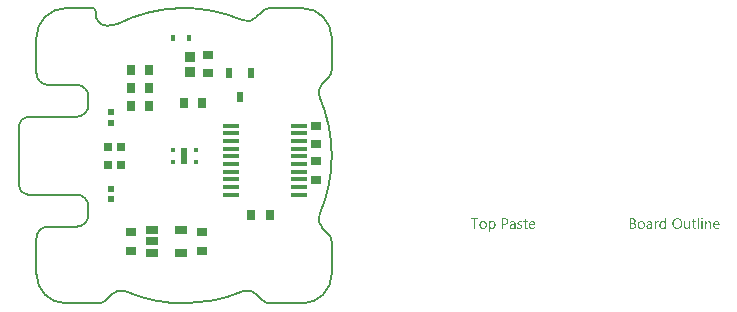
<source format=gtp>
G04*
G04 #@! TF.GenerationSoftware,Altium Limited,Altium Designer,22.5.1 (42)*
G04*
G04 Layer_Color=8421504*
%FSAX44Y44*%
%MOMM*%
G71*
G04*
G04 #@! TF.SameCoordinates,210B23D7-8BD8-4DAC-88D1-AF52DF2CA714*
G04*
G04*
G04 #@! TF.FilePolarity,Positive*
G04*
G01*
G75*
%ADD13C,0.2000*%
%ADD17R,0.4500X0.3500*%
%ADD18R,0.7620X0.8128*%
%ADD19R,0.6500X0.8000*%
%ADD20R,0.5800X0.4800*%
%ADD21R,0.8128X0.7620*%
%ADD22R,0.9144X0.8128*%
%ADD23R,0.8000X0.9000*%
%ADD24R,1.0000X0.7000*%
%ADD25R,1.3500X0.4000*%
%ADD26R,0.5000X1.4000*%
%ADD27R,0.9000X0.8000*%
%ADD28R,0.4000X0.6000*%
%ADD29R,0.6000X0.9000*%
G36*
X00438642Y-00052543D02*
X00438712Y-00052558D01*
X00438783Y-00052582D01*
X00438862Y-00052621D01*
X00438940Y-00052668D01*
X00439019Y-00052731D01*
X00439026Y-00052739D01*
X00439050Y-00052762D01*
X00439081Y-00052802D01*
X00439120Y-00052857D01*
X00439152Y-00052927D01*
X00439183Y-00053006D01*
X00439207Y-00053100D01*
X00439215Y-00053202D01*
X00439215Y-00053218D01*
X00439215Y-00053249D01*
X00439207Y-00053296D01*
X00439191Y-00053367D01*
X00439168Y-00053437D01*
X00439128Y-00053516D01*
X00439081Y-00053594D01*
X00439019Y-00053673D01*
X00439011Y-00053681D01*
X00438987Y-00053704D01*
X00438940Y-00053736D01*
X00438885Y-00053767D01*
X00438814Y-00053798D01*
X00438736Y-00053830D01*
X00438650Y-00053853D01*
X00438548Y-00053861D01*
X00438500Y-00053861D01*
X00438453Y-00053853D01*
X00438383Y-00053838D01*
X00438312Y-00053814D01*
X00438234Y-00053783D01*
X00438155Y-00053744D01*
X00438077Y-00053681D01*
X00438069Y-00053673D01*
X00438045Y-00053649D01*
X00438014Y-00053602D01*
X00437982Y-00053547D01*
X00437951Y-00053485D01*
X00437920Y-00053398D01*
X00437896Y-00053304D01*
X00437888Y-00053202D01*
X00437888Y-00053186D01*
X00437888Y-00053155D01*
X00437896Y-00053100D01*
X00437912Y-00053037D01*
X00437935Y-00052959D01*
X00437967Y-00052880D01*
X00438014Y-00052802D01*
X00438077Y-00052731D01*
X00438084Y-00052723D01*
X00438108Y-00052700D01*
X00438155Y-00052668D01*
X00438210Y-00052629D01*
X00438281Y-00052598D01*
X00438359Y-00052566D01*
X00438446Y-00052543D01*
X00438548Y-00052535D01*
X00438595Y-00052535D01*
X00438642Y-00052543D01*
X00438642Y-00052543D02*
G37*
G36*
X00408244Y-00061851D02*
X00407224Y-00061851D01*
X00407224Y-00060776D01*
X00407200Y-00060776D01*
X00407192Y-00060792D01*
X00407169Y-00060831D01*
X00407122Y-00060886D01*
X00407067Y-00060964D01*
X00406988Y-00061058D01*
X00406902Y-00061160D01*
X00406792Y-00061270D01*
X00406659Y-00061388D01*
X00406517Y-00061506D01*
X00406353Y-00061616D01*
X00406172Y-00061718D01*
X00405976Y-00061812D01*
X00405764Y-00061890D01*
X00405528Y-00061945D01*
X00405277Y-00061985D01*
X00405010Y-00062000D01*
X00404955Y-00062000D01*
X00404893Y-00061992D01*
X00404814Y-00061985D01*
X00404712Y-00061977D01*
X00404594Y-00061953D01*
X00404461Y-00061930D01*
X00404320Y-00061890D01*
X00404171Y-00061851D01*
X00404014Y-00061788D01*
X00403857Y-00061726D01*
X00403692Y-00061639D01*
X00403535Y-00061545D01*
X00403378Y-00061427D01*
X00403229Y-00061294D01*
X00403088Y-00061145D01*
X00403080Y-00061137D01*
X00403056Y-00061105D01*
X00403025Y-00061058D01*
X00402978Y-00060988D01*
X00402923Y-00060901D01*
X00402860Y-00060799D01*
X00402797Y-00060674D01*
X00402734Y-00060532D01*
X00402664Y-00060375D01*
X00402601Y-00060203D01*
X00402538Y-00060007D01*
X00402483Y-00059803D01*
X00402436Y-00059583D01*
X00402405Y-00059339D01*
X00402381Y-00059088D01*
X00402373Y-00058822D01*
X00402373Y-00058814D01*
X00402373Y-00058806D01*
X00402373Y-00058782D01*
X00402373Y-00058751D01*
X00402381Y-00058672D01*
X00402389Y-00058562D01*
X00402397Y-00058421D01*
X00402413Y-00058272D01*
X00402436Y-00058099D01*
X00402475Y-00057911D01*
X00402515Y-00057715D01*
X00402570Y-00057503D01*
X00402632Y-00057299D01*
X00402711Y-00057079D01*
X00402797Y-00056875D01*
X00402907Y-00056671D01*
X00403025Y-00056475D01*
X00403166Y-00056286D01*
X00403174Y-00056279D01*
X00403205Y-00056247D01*
X00403252Y-00056200D01*
X00403315Y-00056137D01*
X00403394Y-00056067D01*
X00403488Y-00055980D01*
X00403606Y-00055894D01*
X00403731Y-00055808D01*
X00403880Y-00055721D01*
X00404037Y-00055635D01*
X00404210Y-00055549D01*
X00404398Y-00055478D01*
X00404602Y-00055415D01*
X00404822Y-00055368D01*
X00405050Y-00055337D01*
X00405293Y-00055329D01*
X00405348Y-00055329D01*
X00405419Y-00055337D01*
X00405505Y-00055345D01*
X00405615Y-00055360D01*
X00405740Y-00055384D01*
X00405874Y-00055415D01*
X00406023Y-00055455D01*
X00406180Y-00055509D01*
X00406337Y-00055580D01*
X00406494Y-00055666D01*
X00406651Y-00055768D01*
X00406800Y-00055886D01*
X00406949Y-00056020D01*
X00407082Y-00056184D01*
X00407200Y-00056365D01*
X00407224Y-00056365D01*
X00407224Y-00052417D01*
X00408244Y-00052417D01*
X00408244Y-00061851D01*
X00408244Y-00061851D02*
G37*
G36*
X00444348Y-00055337D02*
X00444418Y-00055337D01*
X00444505Y-00055352D01*
X00444607Y-00055368D01*
X00444716Y-00055384D01*
X00444834Y-00055415D01*
X00444960Y-00055447D01*
X00445093Y-00055494D01*
X00445227Y-00055549D01*
X00445360Y-00055619D01*
X00445486Y-00055698D01*
X00445611Y-00055784D01*
X00445729Y-00055894D01*
X00445839Y-00056012D01*
X00445847Y-00056020D01*
X00445862Y-00056043D01*
X00445894Y-00056082D01*
X00445925Y-00056137D01*
X00445965Y-00056208D01*
X00446012Y-00056294D01*
X00446067Y-00056396D01*
X00446121Y-00056506D01*
X00446169Y-00056640D01*
X00446223Y-00056781D01*
X00446271Y-00056946D01*
X00446310Y-00057118D01*
X00446341Y-00057307D01*
X00446373Y-00057511D01*
X00446388Y-00057723D01*
X00446396Y-00057958D01*
X00446396Y-00061851D01*
X00445376Y-00061851D01*
X00445376Y-00058217D01*
X00445376Y-00058209D01*
X00445376Y-00058194D01*
X00445376Y-00058170D01*
X00445376Y-00058131D01*
X00445368Y-00058084D01*
X00445368Y-00058029D01*
X00445352Y-00057903D01*
X00445329Y-00057746D01*
X00445297Y-00057574D01*
X00445250Y-00057393D01*
X00445187Y-00057205D01*
X00445109Y-00057016D01*
X00445015Y-00056836D01*
X00444897Y-00056663D01*
X00444748Y-00056506D01*
X00444583Y-00056381D01*
X00444489Y-00056326D01*
X00444379Y-00056279D01*
X00444269Y-00056239D01*
X00444151Y-00056216D01*
X00444026Y-00056200D01*
X00443892Y-00056192D01*
X00443822Y-00056192D01*
X00443767Y-00056200D01*
X00443704Y-00056208D01*
X00443626Y-00056224D01*
X00443539Y-00056239D01*
X00443453Y-00056263D01*
X00443351Y-00056294D01*
X00443249Y-00056333D01*
X00443147Y-00056381D01*
X00443037Y-00056435D01*
X00442935Y-00056506D01*
X00442825Y-00056585D01*
X00442723Y-00056671D01*
X00442629Y-00056773D01*
X00442621Y-00056781D01*
X00442605Y-00056797D01*
X00442582Y-00056828D01*
X00442550Y-00056875D01*
X00442511Y-00056930D01*
X00442472Y-00057001D01*
X00442425Y-00057079D01*
X00442378Y-00057165D01*
X00442331Y-00057267D01*
X00442284Y-00057377D01*
X00442244Y-00057495D01*
X00442205Y-00057621D01*
X00442174Y-00057762D01*
X00442150Y-00057903D01*
X00442134Y-00058060D01*
X00442127Y-00058217D01*
X00442127Y-00061851D01*
X00441106Y-00061851D01*
X00441106Y-00055478D01*
X00442127Y-00055478D01*
X00442127Y-00056538D01*
X00442150Y-00056538D01*
X00442158Y-00056522D01*
X00442181Y-00056483D01*
X00442229Y-00056428D01*
X00442284Y-00056349D01*
X00442362Y-00056255D01*
X00442448Y-00056153D01*
X00442558Y-00056043D01*
X00442684Y-00055933D01*
X00442825Y-00055823D01*
X00442982Y-00055714D01*
X00443155Y-00055611D01*
X00443335Y-00055517D01*
X00443539Y-00055439D01*
X00443759Y-00055384D01*
X00443994Y-00055345D01*
X00444246Y-00055329D01*
X00444293Y-00055329D01*
X00444348Y-00055337D01*
X00444348Y-00055337D02*
G37*
G36*
X00261295Y-00055308D02*
X00261381Y-00055316D01*
X00261483Y-00055324D01*
X00261601Y-00055348D01*
X00261735Y-00055371D01*
X00261884Y-00055410D01*
X00262033Y-00055458D01*
X00262190Y-00055512D01*
X00262347Y-00055583D01*
X00262512Y-00055662D01*
X00262669Y-00055764D01*
X00262818Y-00055881D01*
X00262967Y-00056015D01*
X00263100Y-00056164D01*
X00263108Y-00056172D01*
X00263132Y-00056203D01*
X00263163Y-00056250D01*
X00263210Y-00056321D01*
X00263257Y-00056407D01*
X00263320Y-00056509D01*
X00263383Y-00056635D01*
X00263446Y-00056768D01*
X00263508Y-00056925D01*
X00263571Y-00057098D01*
X00263634Y-00057286D01*
X00263681Y-00057490D01*
X00263728Y-00057710D01*
X00263759Y-00057945D01*
X00263783Y-00058197D01*
X00263791Y-00058456D01*
X00263791Y-00058464D01*
X00263791Y-00058471D01*
X00263791Y-00058495D01*
X00263791Y-00058526D01*
X00263783Y-00058613D01*
X00263775Y-00058723D01*
X00263767Y-00058856D01*
X00263752Y-00059013D01*
X00263728Y-00059186D01*
X00263697Y-00059374D01*
X00263650Y-00059570D01*
X00263603Y-00059782D01*
X00263540Y-00059994D01*
X00263461Y-00060206D01*
X00263375Y-00060418D01*
X00263273Y-00060630D01*
X00263147Y-00060826D01*
X00263014Y-00061014D01*
X00263006Y-00061022D01*
X00262975Y-00061054D01*
X00262935Y-00061101D01*
X00262873Y-00061163D01*
X00262794Y-00061234D01*
X00262700Y-00061320D01*
X00262582Y-00061407D01*
X00262457Y-00061493D01*
X00262315Y-00061579D01*
X00262151Y-00061666D01*
X00261978Y-00061752D01*
X00261789Y-00061823D01*
X00261586Y-00061885D01*
X00261366Y-00061933D01*
X00261130Y-00061964D01*
X00260887Y-00061972D01*
X00260832Y-00061972D01*
X00260769Y-00061964D01*
X00260683Y-00061956D01*
X00260581Y-00061940D01*
X00260463Y-00061917D01*
X00260330Y-00061885D01*
X00260181Y-00061838D01*
X00260031Y-00061783D01*
X00259874Y-00061713D01*
X00259718Y-00061627D01*
X00259553Y-00061525D01*
X00259396Y-00061399D01*
X00259247Y-00061258D01*
X00259105Y-00061093D01*
X00258972Y-00060904D01*
X00258948Y-00060904D01*
X00258948Y-00064750D01*
X00257928Y-00064750D01*
X00257928Y-00055450D01*
X00258948Y-00055450D01*
X00258948Y-00056572D01*
X00258972Y-00056572D01*
X00258980Y-00056556D01*
X00259011Y-00056517D01*
X00259050Y-00056454D01*
X00259113Y-00056376D01*
X00259192Y-00056274D01*
X00259286Y-00056172D01*
X00259403Y-00056054D01*
X00259529Y-00055936D01*
X00259678Y-00055819D01*
X00259843Y-00055701D01*
X00260024Y-00055599D01*
X00260220Y-00055497D01*
X00260432Y-00055418D01*
X00260667Y-00055356D01*
X00260910Y-00055316D01*
X00261177Y-00055300D01*
X00261232Y-00055300D01*
X00261295Y-00055308D01*
X00261295Y-00055308D02*
G37*
G36*
X00284747Y-00055308D02*
X00284817Y-00055308D01*
X00284904Y-00055316D01*
X00284998Y-00055324D01*
X00285100Y-00055340D01*
X00285335Y-00055371D01*
X00285579Y-00055426D01*
X00285838Y-00055497D01*
X00286089Y-00055591D01*
X00286089Y-00056627D01*
X00286081Y-00056619D01*
X00286057Y-00056603D01*
X00286018Y-00056588D01*
X00285963Y-00056556D01*
X00285900Y-00056517D01*
X00285822Y-00056478D01*
X00285728Y-00056439D01*
X00285626Y-00056392D01*
X00285508Y-00056352D01*
X00285390Y-00056313D01*
X00285257Y-00056274D01*
X00285116Y-00056234D01*
X00284959Y-00056203D01*
X00284802Y-00056187D01*
X00284645Y-00056172D01*
X00284472Y-00056164D01*
X00284370Y-00056164D01*
X00284299Y-00056172D01*
X00284221Y-00056180D01*
X00284135Y-00056195D01*
X00283954Y-00056234D01*
X00283946Y-00056234D01*
X00283915Y-00056242D01*
X00283876Y-00056258D01*
X00283820Y-00056282D01*
X00283695Y-00056336D01*
X00283561Y-00056415D01*
X00283554Y-00056423D01*
X00283538Y-00056439D01*
X00283507Y-00056462D01*
X00283467Y-00056494D01*
X00283381Y-00056580D01*
X00283302Y-00056698D01*
X00283302Y-00056705D01*
X00283287Y-00056729D01*
X00283279Y-00056760D01*
X00283263Y-00056807D01*
X00283248Y-00056855D01*
X00283232Y-00056917D01*
X00283224Y-00056988D01*
X00283216Y-00057059D01*
X00283216Y-00057066D01*
X00283216Y-00057098D01*
X00283224Y-00057145D01*
X00283224Y-00057208D01*
X00283240Y-00057270D01*
X00283255Y-00057341D01*
X00283271Y-00057412D01*
X00283302Y-00057482D01*
X00283310Y-00057490D01*
X00283318Y-00057514D01*
X00283342Y-00057545D01*
X00283373Y-00057585D01*
X00283412Y-00057624D01*
X00283452Y-00057679D01*
X00283569Y-00057781D01*
X00283577Y-00057789D01*
X00283601Y-00057804D01*
X00283640Y-00057828D01*
X00283687Y-00057859D01*
X00283750Y-00057891D01*
X00283820Y-00057930D01*
X00283907Y-00057977D01*
X00283993Y-00058016D01*
X00284001Y-00058024D01*
X00284040Y-00058032D01*
X00284087Y-00058055D01*
X00284158Y-00058079D01*
X00284244Y-00058118D01*
X00284338Y-00058157D01*
X00284441Y-00058197D01*
X00284558Y-00058244D01*
X00284566Y-00058244D01*
X00284574Y-00058252D01*
X00284598Y-00058259D01*
X00284629Y-00058267D01*
X00284707Y-00058299D01*
X00284809Y-00058346D01*
X00284927Y-00058393D01*
X00285061Y-00058448D01*
X00285194Y-00058511D01*
X00285320Y-00058573D01*
X00285327Y-00058573D01*
X00285335Y-00058581D01*
X00285375Y-00058605D01*
X00285437Y-00058636D01*
X00285516Y-00058683D01*
X00285610Y-00058746D01*
X00285704Y-00058809D01*
X00285798Y-00058887D01*
X00285893Y-00058966D01*
X00285900Y-00058974D01*
X00285932Y-00059005D01*
X00285971Y-00059044D01*
X00286026Y-00059107D01*
X00286081Y-00059178D01*
X00286144Y-00059264D01*
X00286199Y-00059358D01*
X00286254Y-00059460D01*
X00286262Y-00059476D01*
X00286277Y-00059507D01*
X00286293Y-00059570D01*
X00286316Y-00059649D01*
X00286340Y-00059743D01*
X00286364Y-00059853D01*
X00286371Y-00059978D01*
X00286379Y-00060120D01*
X00286379Y-00060127D01*
X00286379Y-00060143D01*
X00286379Y-00060167D01*
X00286379Y-00060198D01*
X00286371Y-00060284D01*
X00286356Y-00060402D01*
X00286324Y-00060528D01*
X00286293Y-00060669D01*
X00286238Y-00060810D01*
X00286167Y-00060944D01*
X00286159Y-00060959D01*
X00286128Y-00060999D01*
X00286081Y-00061061D01*
X00286018Y-00061148D01*
X00285940Y-00061234D01*
X00285846Y-00061336D01*
X00285736Y-00061430D01*
X00285610Y-00061525D01*
X00285594Y-00061532D01*
X00285547Y-00061564D01*
X00285477Y-00061603D01*
X00285382Y-00061650D01*
X00285265Y-00061705D01*
X00285123Y-00061760D01*
X00284974Y-00061815D01*
X00284809Y-00061862D01*
X00284802Y-00061862D01*
X00284786Y-00061870D01*
X00284762Y-00061870D01*
X00284731Y-00061878D01*
X00284692Y-00061885D01*
X00284645Y-00061893D01*
X00284527Y-00061917D01*
X00284378Y-00061940D01*
X00284221Y-00061956D01*
X00284048Y-00061964D01*
X00283860Y-00061972D01*
X00283766Y-00061972D01*
X00283695Y-00061964D01*
X00283609Y-00061964D01*
X00283514Y-00061948D01*
X00283397Y-00061940D01*
X00283279Y-00061925D01*
X00283146Y-00061901D01*
X00283012Y-00061878D01*
X00282730Y-00061815D01*
X00282439Y-00061721D01*
X00282298Y-00061658D01*
X00282157Y-00061595D01*
X00282157Y-00060504D01*
X00282164Y-00060512D01*
X00282196Y-00060528D01*
X00282243Y-00060559D01*
X00282306Y-00060598D01*
X00282384Y-00060645D01*
X00282471Y-00060700D01*
X00282581Y-00060755D01*
X00282698Y-00060810D01*
X00282832Y-00060865D01*
X00282973Y-00060920D01*
X00283122Y-00060975D01*
X00283279Y-00061022D01*
X00283452Y-00061061D01*
X00283624Y-00061093D01*
X00283805Y-00061108D01*
X00283993Y-00061116D01*
X00284048Y-00061116D01*
X00284119Y-00061108D01*
X00284205Y-00061101D01*
X00284307Y-00061085D01*
X00284417Y-00061069D01*
X00284543Y-00061038D01*
X00284668Y-00061006D01*
X00284786Y-00060959D01*
X00284911Y-00060897D01*
X00285021Y-00060826D01*
X00285123Y-00060740D01*
X00285210Y-00060638D01*
X00285280Y-00060520D01*
X00285320Y-00060379D01*
X00285335Y-00060300D01*
X00285335Y-00060222D01*
X00285335Y-00060214D01*
X00285335Y-00060174D01*
X00285327Y-00060127D01*
X00285320Y-00060072D01*
X00285304Y-00060002D01*
X00285288Y-00059931D01*
X00285257Y-00059861D01*
X00285218Y-00059790D01*
X00285210Y-00059782D01*
X00285194Y-00059759D01*
X00285170Y-00059727D01*
X00285139Y-00059680D01*
X00285092Y-00059633D01*
X00285045Y-00059578D01*
X00284982Y-00059531D01*
X00284911Y-00059476D01*
X00284904Y-00059468D01*
X00284880Y-00059452D01*
X00284833Y-00059429D01*
X00284778Y-00059390D01*
X00284715Y-00059350D01*
X00284637Y-00059311D01*
X00284543Y-00059272D01*
X00284448Y-00059233D01*
X00284433Y-00059225D01*
X00284401Y-00059217D01*
X00284346Y-00059193D01*
X00284276Y-00059162D01*
X00284197Y-00059123D01*
X00284095Y-00059083D01*
X00283993Y-00059044D01*
X00283883Y-00058997D01*
X00283876Y-00058997D01*
X00283868Y-00058989D01*
X00283844Y-00058981D01*
X00283813Y-00058966D01*
X00283734Y-00058934D01*
X00283632Y-00058895D01*
X00283514Y-00058840D01*
X00283389Y-00058785D01*
X00283263Y-00058723D01*
X00283138Y-00058660D01*
X00283122Y-00058652D01*
X00283083Y-00058628D01*
X00283028Y-00058597D01*
X00282949Y-00058550D01*
X00282863Y-00058487D01*
X00282777Y-00058424D01*
X00282682Y-00058354D01*
X00282596Y-00058275D01*
X00282588Y-00058267D01*
X00282565Y-00058236D01*
X00282526Y-00058197D01*
X00282478Y-00058134D01*
X00282423Y-00058063D01*
X00282369Y-00057977D01*
X00282321Y-00057891D01*
X00282274Y-00057789D01*
X00282267Y-00057773D01*
X00282259Y-00057741D01*
X00282243Y-00057679D01*
X00282227Y-00057608D01*
X00282204Y-00057514D01*
X00282188Y-00057404D01*
X00282180Y-00057278D01*
X00282172Y-00057145D01*
X00282172Y-00057137D01*
X00282172Y-00057121D01*
X00282172Y-00057098D01*
X00282172Y-00057066D01*
X00282180Y-00056988D01*
X00282196Y-00056878D01*
X00282219Y-00056753D01*
X00282259Y-00056619D01*
X00282306Y-00056486D01*
X00282376Y-00056352D01*
X00282376Y-00056344D01*
X00282384Y-00056336D01*
X00282416Y-00056297D01*
X00282463Y-00056234D01*
X00282518Y-00056148D01*
X00282596Y-00056062D01*
X00282690Y-00055968D01*
X00282800Y-00055866D01*
X00282918Y-00055779D01*
X00282926Y-00055779D01*
X00282934Y-00055771D01*
X00282981Y-00055740D01*
X00283051Y-00055701D01*
X00283146Y-00055646D01*
X00283263Y-00055591D01*
X00283397Y-00055528D01*
X00283546Y-00055473D01*
X00283703Y-00055426D01*
X00283711Y-00055426D01*
X00283726Y-00055418D01*
X00283750Y-00055410D01*
X00283781Y-00055403D01*
X00283820Y-00055395D01*
X00283868Y-00055387D01*
X00283978Y-00055363D01*
X00284119Y-00055340D01*
X00284268Y-00055316D01*
X00284433Y-00055308D01*
X00284605Y-00055300D01*
X00284684Y-00055300D01*
X00284747Y-00055308D01*
X00284747Y-00055308D02*
G37*
G36*
X00401227Y-00055376D02*
X00401314Y-00055376D01*
X00401408Y-00055392D01*
X00401510Y-00055407D01*
X00401612Y-00055423D01*
X00401698Y-00055455D01*
X00401698Y-00056514D01*
X00401683Y-00056506D01*
X00401651Y-00056483D01*
X00401589Y-00056451D01*
X00401502Y-00056412D01*
X00401384Y-00056373D01*
X00401259Y-00056341D01*
X00401102Y-00056318D01*
X00400921Y-00056310D01*
X00400859Y-00056310D01*
X00400812Y-00056318D01*
X00400756Y-00056326D01*
X00400694Y-00056341D01*
X00400545Y-00056389D01*
X00400458Y-00056420D01*
X00400372Y-00056459D01*
X00400278Y-00056514D01*
X00400184Y-00056569D01*
X00400097Y-00056640D01*
X00400003Y-00056726D01*
X00399917Y-00056820D01*
X00399830Y-00056930D01*
X00399823Y-00056938D01*
X00399815Y-00056961D01*
X00399791Y-00056993D01*
X00399760Y-00057040D01*
X00399728Y-00057103D01*
X00399689Y-00057181D01*
X00399650Y-00057267D01*
X00399611Y-00057369D01*
X00399571Y-00057479D01*
X00399532Y-00057605D01*
X00399493Y-00057746D01*
X00399462Y-00057895D01*
X00399430Y-00058060D01*
X00399407Y-00058233D01*
X00399399Y-00058413D01*
X00399391Y-00058610D01*
X00399391Y-00061851D01*
X00398371Y-00061851D01*
X00398371Y-00055478D01*
X00399391Y-00055478D01*
X00399391Y-00056797D01*
X00399414Y-00056797D01*
X00399414Y-00056789D01*
X00399422Y-00056765D01*
X00399438Y-00056734D01*
X00399454Y-00056687D01*
X00399477Y-00056632D01*
X00399509Y-00056561D01*
X00399579Y-00056412D01*
X00399673Y-00056239D01*
X00399791Y-00056067D01*
X00399925Y-00055902D01*
X00400081Y-00055745D01*
X00400089Y-00055737D01*
X00400105Y-00055729D01*
X00400129Y-00055714D01*
X00400160Y-00055682D01*
X00400199Y-00055658D01*
X00400254Y-00055627D01*
X00400372Y-00055557D01*
X00400521Y-00055486D01*
X00400694Y-00055423D01*
X00400882Y-00055384D01*
X00400984Y-00055376D01*
X00401086Y-00055368D01*
X00401149Y-00055368D01*
X00401227Y-00055376D01*
X00401227Y-00055376D02*
G37*
G36*
X00428564Y-00061851D02*
X00427544Y-00061851D01*
X00427544Y-00060847D01*
X00427520Y-00060847D01*
X00427512Y-00060862D01*
X00427489Y-00060894D01*
X00427450Y-00060956D01*
X00427402Y-00061027D01*
X00427332Y-00061113D01*
X00427246Y-00061207D01*
X00427151Y-00061317D01*
X00427034Y-00061419D01*
X00426908Y-00061529D01*
X00426759Y-00061631D01*
X00426602Y-00061733D01*
X00426421Y-00061820D01*
X00426225Y-00061890D01*
X00426021Y-00061953D01*
X00425794Y-00061985D01*
X00425550Y-00062000D01*
X00425495Y-00062000D01*
X00425456Y-00061992D01*
X00425401Y-00061992D01*
X00425338Y-00061985D01*
X00425268Y-00061969D01*
X00425197Y-00061961D01*
X00425024Y-00061914D01*
X00424828Y-00061859D01*
X00424624Y-00061773D01*
X00424522Y-00061718D01*
X00424412Y-00061663D01*
X00424302Y-00061592D01*
X00424200Y-00061521D01*
X00424098Y-00061435D01*
X00423996Y-00061341D01*
X00423894Y-00061231D01*
X00423800Y-00061121D01*
X00423714Y-00060996D01*
X00423627Y-00060854D01*
X00423557Y-00060705D01*
X00423486Y-00060548D01*
X00423423Y-00060375D01*
X00423368Y-00060187D01*
X00423329Y-00059983D01*
X00423298Y-00059771D01*
X00423282Y-00059536D01*
X00423274Y-00059292D01*
X00423274Y-00055478D01*
X00424287Y-00055478D01*
X00424287Y-00059128D01*
X00424287Y-00059135D01*
X00424287Y-00059151D01*
X00424287Y-00059175D01*
X00424287Y-00059214D01*
X00424295Y-00059261D01*
X00424295Y-00059316D01*
X00424310Y-00059442D01*
X00424334Y-00059598D01*
X00424365Y-00059763D01*
X00424420Y-00059952D01*
X00424483Y-00060132D01*
X00424561Y-00060321D01*
X00424663Y-00060509D01*
X00424789Y-00060674D01*
X00424938Y-00060831D01*
X00425119Y-00060956D01*
X00425213Y-00061011D01*
X00425323Y-00061058D01*
X00425440Y-00061098D01*
X00425558Y-00061121D01*
X00425691Y-00061137D01*
X00425833Y-00061145D01*
X00425903Y-00061145D01*
X00425958Y-00061137D01*
X00426021Y-00061129D01*
X00426092Y-00061113D01*
X00426178Y-00061098D01*
X00426264Y-00061074D01*
X00426359Y-00061051D01*
X00426461Y-00061011D01*
X00426563Y-00060964D01*
X00426665Y-00060909D01*
X00426767Y-00060847D01*
X00426869Y-00060776D01*
X00426963Y-00060690D01*
X00427057Y-00060595D01*
X00427065Y-00060588D01*
X00427081Y-00060572D01*
X00427104Y-00060540D01*
X00427136Y-00060493D01*
X00427167Y-00060438D01*
X00427214Y-00060375D01*
X00427253Y-00060297D01*
X00427300Y-00060211D01*
X00427348Y-00060109D01*
X00427387Y-00059999D01*
X00427434Y-00059881D01*
X00427465Y-00059756D01*
X00427497Y-00059614D01*
X00427520Y-00059473D01*
X00427536Y-00059316D01*
X00427544Y-00059151D01*
X00427544Y-00055478D01*
X00428564Y-00055478D01*
X00428564Y-00061851D01*
X00428564Y-00061851D02*
G37*
G36*
X00278468Y-00055308D02*
X00278523Y-00055308D01*
X00278578Y-00055316D01*
X00278648Y-00055324D01*
X00278727Y-00055340D01*
X00278892Y-00055371D01*
X00279088Y-00055426D01*
X00279284Y-00055497D01*
X00279496Y-00055599D01*
X00279708Y-00055724D01*
X00279810Y-00055795D01*
X00279912Y-00055881D01*
X00280006Y-00055975D01*
X00280100Y-00056070D01*
X00280187Y-00056180D01*
X00280265Y-00056305D01*
X00280344Y-00056431D01*
X00280414Y-00056572D01*
X00280469Y-00056729D01*
X00280524Y-00056894D01*
X00280563Y-00057066D01*
X00280595Y-00057263D01*
X00280611Y-00057459D01*
X00280618Y-00057679D01*
X00280618Y-00061823D01*
X00279598Y-00061823D01*
X00279598Y-00060834D01*
X00279574Y-00060834D01*
X00279567Y-00060849D01*
X00279543Y-00060881D01*
X00279504Y-00060936D01*
X00279449Y-00061014D01*
X00279378Y-00061101D01*
X00279292Y-00061195D01*
X00279198Y-00061297D01*
X00279080Y-00061399D01*
X00278947Y-00061509D01*
X00278805Y-00061611D01*
X00278640Y-00061705D01*
X00278468Y-00061791D01*
X00278272Y-00061870D01*
X00278067Y-00061925D01*
X00277848Y-00061956D01*
X00277612Y-00061972D01*
X00277518Y-00061972D01*
X00277455Y-00061964D01*
X00277377Y-00061956D01*
X00277283Y-00061948D01*
X00277181Y-00061933D01*
X00277071Y-00061909D01*
X00276827Y-00061846D01*
X00276710Y-00061807D01*
X00276584Y-00061760D01*
X00276459Y-00061705D01*
X00276341Y-00061634D01*
X00276231Y-00061556D01*
X00276121Y-00061469D01*
X00276113Y-00061462D01*
X00276098Y-00061446D01*
X00276074Y-00061415D01*
X00276035Y-00061375D01*
X00275996Y-00061328D01*
X00275956Y-00061266D01*
X00275901Y-00061195D01*
X00275854Y-00061116D01*
X00275807Y-00061022D01*
X00275760Y-00060920D01*
X00275713Y-00060810D01*
X00275674Y-00060693D01*
X00275634Y-00060567D01*
X00275611Y-00060434D01*
X00275595Y-00060284D01*
X00275587Y-00060135D01*
X00275587Y-00060127D01*
X00275587Y-00060112D01*
X00275587Y-00060088D01*
X00275595Y-00060057D01*
X00275595Y-00060017D01*
X00275603Y-00059970D01*
X00275619Y-00059853D01*
X00275650Y-00059711D01*
X00275697Y-00059555D01*
X00275760Y-00059382D01*
X00275854Y-00059201D01*
X00275964Y-00059021D01*
X00276098Y-00058840D01*
X00276184Y-00058754D01*
X00276270Y-00058668D01*
X00276372Y-00058581D01*
X00276474Y-00058503D01*
X00276592Y-00058424D01*
X00276718Y-00058354D01*
X00276851Y-00058291D01*
X00277000Y-00058228D01*
X00277157Y-00058173D01*
X00277322Y-00058126D01*
X00277502Y-00058087D01*
X00277691Y-00058055D01*
X00279598Y-00057789D01*
X00279598Y-00057781D01*
X00279598Y-00057773D01*
X00279598Y-00057749D01*
X00279598Y-00057718D01*
X00279590Y-00057639D01*
X00279574Y-00057537D01*
X00279559Y-00057412D01*
X00279527Y-00057270D01*
X00279488Y-00057129D01*
X00279433Y-00056972D01*
X00279363Y-00056823D01*
X00279276Y-00056674D01*
X00279174Y-00056541D01*
X00279049Y-00056415D01*
X00278892Y-00056313D01*
X00278719Y-00056234D01*
X00278625Y-00056203D01*
X00278515Y-00056180D01*
X00278405Y-00056172D01*
X00278287Y-00056164D01*
X00278232Y-00056164D01*
X00278177Y-00056172D01*
X00278091Y-00056180D01*
X00277989Y-00056187D01*
X00277871Y-00056203D01*
X00277738Y-00056227D01*
X00277597Y-00056258D01*
X00277440Y-00056305D01*
X00277275Y-00056352D01*
X00277102Y-00056415D01*
X00276922Y-00056494D01*
X00276741Y-00056588D01*
X00276561Y-00056690D01*
X00276380Y-00056807D01*
X00276207Y-00056949D01*
X00276207Y-00055905D01*
X00276215Y-00055897D01*
X00276247Y-00055881D01*
X00276302Y-00055850D01*
X00276372Y-00055811D01*
X00276466Y-00055764D01*
X00276568Y-00055717D01*
X00276694Y-00055662D01*
X00276835Y-00055599D01*
X00276984Y-00055544D01*
X00277149Y-00055489D01*
X00277330Y-00055442D01*
X00277518Y-00055395D01*
X00277722Y-00055356D01*
X00277926Y-00055324D01*
X00278146Y-00055308D01*
X00278374Y-00055300D01*
X00278429Y-00055300D01*
X00278468Y-00055308D01*
X00278468Y-00055308D02*
G37*
G36*
X00271639Y-00052907D02*
X00271742Y-00052907D01*
X00271859Y-00052922D01*
X00272001Y-00052938D01*
X00272150Y-00052954D01*
X00272322Y-00052985D01*
X00272495Y-00053024D01*
X00272675Y-00053071D01*
X00272856Y-00053127D01*
X00273044Y-00053197D01*
X00273225Y-00053276D01*
X00273398Y-00053370D01*
X00273562Y-00053472D01*
X00273719Y-00053597D01*
X00273727Y-00053605D01*
X00273751Y-00053629D01*
X00273790Y-00053668D01*
X00273845Y-00053723D01*
X00273900Y-00053801D01*
X00273971Y-00053888D01*
X00274041Y-00053990D01*
X00274120Y-00054107D01*
X00274190Y-00054241D01*
X00274261Y-00054382D01*
X00274332Y-00054547D01*
X00274387Y-00054720D01*
X00274442Y-00054916D01*
X00274481Y-00055120D01*
X00274504Y-00055332D01*
X00274512Y-00055567D01*
X00274512Y-00055583D01*
X00274512Y-00055622D01*
X00274504Y-00055693D01*
X00274496Y-00055779D01*
X00274489Y-00055889D01*
X00274465Y-00056015D01*
X00274442Y-00056148D01*
X00274402Y-00056305D01*
X00274355Y-00056462D01*
X00274300Y-00056635D01*
X00274230Y-00056807D01*
X00274143Y-00056980D01*
X00274041Y-00057153D01*
X00273923Y-00057326D01*
X00273790Y-00057490D01*
X00273633Y-00057647D01*
X00273625Y-00057655D01*
X00273594Y-00057679D01*
X00273547Y-00057718D01*
X00273476Y-00057773D01*
X00273390Y-00057836D01*
X00273280Y-00057906D01*
X00273154Y-00057977D01*
X00273013Y-00058047D01*
X00272856Y-00058126D01*
X00272675Y-00058197D01*
X00272479Y-00058267D01*
X00272275Y-00058330D01*
X00272048Y-00058377D01*
X00271804Y-00058424D01*
X00271553Y-00058448D01*
X00271278Y-00058456D01*
X00270101Y-00058456D01*
X00270101Y-00061823D01*
X00269057Y-00061823D01*
X00269057Y-00052899D01*
X00271569Y-00052899D01*
X00271639Y-00052907D01*
X00271639Y-00052907D02*
G37*
G36*
X00249193Y-00053849D02*
X00246618Y-00053849D01*
X00246618Y-00061823D01*
X00245574Y-00061823D01*
X00245574Y-00053849D01*
X00243000Y-00053849D01*
X00243000Y-00052899D01*
X00249193Y-00052899D01*
X00249193Y-00053849D01*
X00249193Y-00053849D02*
G37*
G36*
X00439042Y-00061851D02*
X00438022Y-00061851D01*
X00438022Y-00055478D01*
X00439042Y-00055478D01*
X00439042Y-00061851D01*
X00439042Y-00061851D02*
G37*
G36*
X00435957Y-00061851D02*
X00434937Y-00061851D01*
X00434937Y-00052417D01*
X00435957Y-00052417D01*
X00435957Y-00061851D01*
X00435957Y-00061851D02*
G37*
G36*
X00394297Y-00055337D02*
X00394352Y-00055337D01*
X00394407Y-00055345D01*
X00394478Y-00055352D01*
X00394556Y-00055368D01*
X00394721Y-00055399D01*
X00394917Y-00055455D01*
X00395113Y-00055525D01*
X00395325Y-00055627D01*
X00395537Y-00055753D01*
X00395639Y-00055823D01*
X00395741Y-00055910D01*
X00395835Y-00056004D01*
X00395930Y-00056098D01*
X00396016Y-00056208D01*
X00396095Y-00056333D01*
X00396173Y-00056459D01*
X00396244Y-00056600D01*
X00396298Y-00056757D01*
X00396353Y-00056922D01*
X00396393Y-00057095D01*
X00396424Y-00057291D01*
X00396440Y-00057487D01*
X00396448Y-00057707D01*
X00396448Y-00061851D01*
X00395427Y-00061851D01*
X00395427Y-00060862D01*
X00395404Y-00060862D01*
X00395396Y-00060878D01*
X00395372Y-00060909D01*
X00395333Y-00060964D01*
X00395278Y-00061043D01*
X00395208Y-00061129D01*
X00395121Y-00061223D01*
X00395027Y-00061325D01*
X00394909Y-00061427D01*
X00394776Y-00061537D01*
X00394635Y-00061639D01*
X00394470Y-00061733D01*
X00394297Y-00061820D01*
X00394101Y-00061898D01*
X00393897Y-00061953D01*
X00393677Y-00061985D01*
X00393442Y-00062000D01*
X00393347Y-00062000D01*
X00393285Y-00061992D01*
X00393206Y-00061985D01*
X00393112Y-00061977D01*
X00393010Y-00061961D01*
X00392900Y-00061937D01*
X00392657Y-00061875D01*
X00392539Y-00061835D01*
X00392413Y-00061788D01*
X00392288Y-00061733D01*
X00392170Y-00061663D01*
X00392060Y-00061584D01*
X00391950Y-00061498D01*
X00391942Y-00061490D01*
X00391927Y-00061474D01*
X00391903Y-00061443D01*
X00391864Y-00061404D01*
X00391825Y-00061357D01*
X00391786Y-00061294D01*
X00391731Y-00061223D01*
X00391684Y-00061145D01*
X00391637Y-00061051D01*
X00391589Y-00060949D01*
X00391542Y-00060839D01*
X00391503Y-00060721D01*
X00391464Y-00060595D01*
X00391440Y-00060462D01*
X00391424Y-00060313D01*
X00391417Y-00060164D01*
X00391417Y-00060156D01*
X00391417Y-00060140D01*
X00391417Y-00060117D01*
X00391424Y-00060085D01*
X00391424Y-00060046D01*
X00391432Y-00059999D01*
X00391448Y-00059881D01*
X00391479Y-00059740D01*
X00391527Y-00059583D01*
X00391589Y-00059410D01*
X00391684Y-00059230D01*
X00391793Y-00059049D01*
X00391927Y-00058869D01*
X00392013Y-00058782D01*
X00392099Y-00058696D01*
X00392202Y-00058610D01*
X00392304Y-00058531D01*
X00392421Y-00058453D01*
X00392547Y-00058382D01*
X00392680Y-00058319D01*
X00392829Y-00058256D01*
X00392986Y-00058201D01*
X00393151Y-00058154D01*
X00393332Y-00058115D01*
X00393520Y-00058084D01*
X00395427Y-00057817D01*
X00395427Y-00057809D01*
X00395427Y-00057801D01*
X00395427Y-00057778D01*
X00395427Y-00057746D01*
X00395420Y-00057668D01*
X00395404Y-00057566D01*
X00395388Y-00057440D01*
X00395357Y-00057299D01*
X00395317Y-00057158D01*
X00395262Y-00057001D01*
X00395192Y-00056852D01*
X00395106Y-00056702D01*
X00395004Y-00056569D01*
X00394878Y-00056443D01*
X00394721Y-00056341D01*
X00394548Y-00056263D01*
X00394454Y-00056231D01*
X00394344Y-00056208D01*
X00394234Y-00056200D01*
X00394117Y-00056192D01*
X00394062Y-00056192D01*
X00394007Y-00056200D01*
X00393920Y-00056208D01*
X00393818Y-00056216D01*
X00393701Y-00056231D01*
X00393567Y-00056255D01*
X00393426Y-00056286D01*
X00393269Y-00056333D01*
X00393104Y-00056381D01*
X00392932Y-00056443D01*
X00392751Y-00056522D01*
X00392570Y-00056616D01*
X00392390Y-00056718D01*
X00392209Y-00056836D01*
X00392037Y-00056977D01*
X00392037Y-00055933D01*
X00392045Y-00055925D01*
X00392076Y-00055910D01*
X00392131Y-00055878D01*
X00392202Y-00055839D01*
X00392296Y-00055792D01*
X00392398Y-00055745D01*
X00392523Y-00055690D01*
X00392665Y-00055627D01*
X00392814Y-00055572D01*
X00392979Y-00055517D01*
X00393159Y-00055470D01*
X00393347Y-00055423D01*
X00393551Y-00055384D01*
X00393756Y-00055352D01*
X00393975Y-00055337D01*
X00394203Y-00055329D01*
X00394258Y-00055329D01*
X00394297Y-00055337D01*
X00394297Y-00055337D02*
G37*
G36*
X00379981Y-00052935D02*
X00380075Y-00052943D01*
X00380185Y-00052959D01*
X00380311Y-00052974D01*
X00380452Y-00052998D01*
X00380593Y-00053029D01*
X00380743Y-00053068D01*
X00380900Y-00053116D01*
X00381049Y-00053170D01*
X00381206Y-00053233D01*
X00381347Y-00053312D01*
X00381488Y-00053398D01*
X00381622Y-00053500D01*
X00381629Y-00053508D01*
X00381653Y-00053524D01*
X00381684Y-00053555D01*
X00381724Y-00053602D01*
X00381779Y-00053657D01*
X00381834Y-00053728D01*
X00381896Y-00053806D01*
X00381959Y-00053893D01*
X00382022Y-00053995D01*
X00382085Y-00054104D01*
X00382140Y-00054230D01*
X00382195Y-00054356D01*
X00382234Y-00054497D01*
X00382265Y-00054646D01*
X00382289Y-00054803D01*
X00382297Y-00054968D01*
X00382297Y-00054976D01*
X00382297Y-00054999D01*
X00382297Y-00055038D01*
X00382289Y-00055093D01*
X00382281Y-00055164D01*
X00382273Y-00055235D01*
X00382265Y-00055321D01*
X00382249Y-00055415D01*
X00382195Y-00055627D01*
X00382124Y-00055847D01*
X00382077Y-00055965D01*
X00382022Y-00056075D01*
X00381959Y-00056184D01*
X00381889Y-00056294D01*
X00381881Y-00056302D01*
X00381873Y-00056318D01*
X00381849Y-00056349D01*
X00381810Y-00056389D01*
X00381771Y-00056428D01*
X00381724Y-00056483D01*
X00381661Y-00056538D01*
X00381598Y-00056600D01*
X00381520Y-00056663D01*
X00381433Y-00056734D01*
X00381339Y-00056797D01*
X00381237Y-00056867D01*
X00381127Y-00056930D01*
X00381017Y-00056985D01*
X00380758Y-00057087D01*
X00380758Y-00057111D01*
X00380766Y-00057111D01*
X00380798Y-00057118D01*
X00380845Y-00057126D01*
X00380907Y-00057134D01*
X00380986Y-00057150D01*
X00381072Y-00057173D01*
X00381174Y-00057205D01*
X00381276Y-00057236D01*
X00381504Y-00057322D01*
X00381629Y-00057377D01*
X00381747Y-00057448D01*
X00381865Y-00057519D01*
X00381983Y-00057597D01*
X00382100Y-00057691D01*
X00382202Y-00057793D01*
X00382210Y-00057801D01*
X00382226Y-00057817D01*
X00382249Y-00057848D01*
X00382289Y-00057895D01*
X00382328Y-00057958D01*
X00382375Y-00058021D01*
X00382422Y-00058107D01*
X00382477Y-00058194D01*
X00382524Y-00058296D01*
X00382571Y-00058413D01*
X00382618Y-00058531D01*
X00382658Y-00058665D01*
X00382697Y-00058814D01*
X00382720Y-00058963D01*
X00382736Y-00059120D01*
X00382744Y-00059292D01*
X00382744Y-00059308D01*
X00382744Y-00059339D01*
X00382736Y-00059402D01*
X00382728Y-00059481D01*
X00382720Y-00059583D01*
X00382697Y-00059693D01*
X00382673Y-00059818D01*
X00382642Y-00059952D01*
X00382595Y-00060101D01*
X00382540Y-00060250D01*
X00382477Y-00060399D01*
X00382399Y-00060556D01*
X00382304Y-00060713D01*
X00382195Y-00060862D01*
X00382069Y-00061003D01*
X00381920Y-00061145D01*
X00381912Y-00061153D01*
X00381881Y-00061176D01*
X00381834Y-00061207D01*
X00381771Y-00061255D01*
X00381692Y-00061309D01*
X00381590Y-00061364D01*
X00381480Y-00061435D01*
X00381355Y-00061498D01*
X00381206Y-00061561D01*
X00381049Y-00061624D01*
X00380884Y-00061686D01*
X00380695Y-00061741D01*
X00380499Y-00061788D01*
X00380295Y-00061820D01*
X00380075Y-00061843D01*
X00379848Y-00061851D01*
X00377250Y-00061851D01*
X00377250Y-00052927D01*
X00379895Y-00052927D01*
X00379981Y-00052935D01*
X00379981Y-00052935D02*
G37*
G36*
X00289299Y-00055450D02*
X00290908Y-00055450D01*
X00290908Y-00056329D01*
X00289299Y-00056329D01*
X00289299Y-00059915D01*
X00289299Y-00059923D01*
X00289299Y-00059947D01*
X00289299Y-00059978D01*
X00289299Y-00060017D01*
X00289307Y-00060072D01*
X00289315Y-00060135D01*
X00289330Y-00060269D01*
X00289354Y-00060426D01*
X00289393Y-00060575D01*
X00289448Y-00060716D01*
X00289479Y-00060779D01*
X00289519Y-00060834D01*
X00289527Y-00060842D01*
X00289558Y-00060873D01*
X00289613Y-00060920D01*
X00289691Y-00060967D01*
X00289793Y-00061022D01*
X00289919Y-00061061D01*
X00290068Y-00061093D01*
X00290241Y-00061108D01*
X00290303Y-00061108D01*
X00290374Y-00061101D01*
X00290468Y-00061085D01*
X00290570Y-00061054D01*
X00290688Y-00061022D01*
X00290798Y-00060967D01*
X00290908Y-00060897D01*
X00290908Y-00061768D01*
X00290900Y-00061768D01*
X00290892Y-00061776D01*
X00290869Y-00061783D01*
X00290845Y-00061799D01*
X00290759Y-00061831D01*
X00290657Y-00061862D01*
X00290515Y-00061893D01*
X00290351Y-00061925D01*
X00290162Y-00061948D01*
X00289950Y-00061956D01*
X00289880Y-00061956D01*
X00289793Y-00061940D01*
X00289691Y-00061925D01*
X00289566Y-00061901D01*
X00289424Y-00061854D01*
X00289268Y-00061799D01*
X00289118Y-00061721D01*
X00288961Y-00061627D01*
X00288804Y-00061501D01*
X00288663Y-00061352D01*
X00288600Y-00061266D01*
X00288538Y-00061171D01*
X00288483Y-00061069D01*
X00288435Y-00060959D01*
X00288388Y-00060842D01*
X00288349Y-00060708D01*
X00288318Y-00060575D01*
X00288294Y-00060426D01*
X00288286Y-00060269D01*
X00288279Y-00060096D01*
X00288279Y-00056329D01*
X00287188Y-00056329D01*
X00287188Y-00055450D01*
X00288279Y-00055450D01*
X00288279Y-00053896D01*
X00289299Y-00053566D01*
X00289299Y-00055450D01*
X00289299Y-00055450D02*
G37*
G36*
X00294887Y-00055308D02*
X00294973Y-00055316D01*
X00295083Y-00055324D01*
X00295201Y-00055340D01*
X00295334Y-00055371D01*
X00295476Y-00055403D01*
X00295633Y-00055442D01*
X00295790Y-00055497D01*
X00295947Y-00055567D01*
X00296111Y-00055646D01*
X00296268Y-00055740D01*
X00296418Y-00055850D01*
X00296567Y-00055975D01*
X00296700Y-00056117D01*
X00296708Y-00056125D01*
X00296731Y-00056156D01*
X00296763Y-00056203D01*
X00296810Y-00056266D01*
X00296857Y-00056344D01*
X00296920Y-00056446D01*
X00296983Y-00056564D01*
X00297045Y-00056698D01*
X00297108Y-00056855D01*
X00297171Y-00057019D01*
X00297234Y-00057208D01*
X00297281Y-00057404D01*
X00297328Y-00057624D01*
X00297359Y-00057851D01*
X00297383Y-00058102D01*
X00297391Y-00058362D01*
X00297391Y-00058895D01*
X00292886Y-00058895D01*
X00292886Y-00058911D01*
X00292886Y-00058942D01*
X00292894Y-00058997D01*
X00292901Y-00059068D01*
X00292909Y-00059162D01*
X00292925Y-00059264D01*
X00292941Y-00059374D01*
X00292972Y-00059500D01*
X00293043Y-00059766D01*
X00293090Y-00059900D01*
X00293145Y-00060041D01*
X00293207Y-00060174D01*
X00293278Y-00060308D01*
X00293364Y-00060426D01*
X00293459Y-00060543D01*
X00293466Y-00060551D01*
X00293482Y-00060567D01*
X00293514Y-00060598D01*
X00293561Y-00060630D01*
X00293616Y-00060677D01*
X00293686Y-00060724D01*
X00293765Y-00060779D01*
X00293851Y-00060826D01*
X00293953Y-00060881D01*
X00294071Y-00060936D01*
X00294188Y-00060983D01*
X00294330Y-00061030D01*
X00294471Y-00061061D01*
X00294628Y-00061093D01*
X00294793Y-00061108D01*
X00294966Y-00061116D01*
X00295013Y-00061116D01*
X00295068Y-00061108D01*
X00295146Y-00061108D01*
X00295240Y-00061093D01*
X00295350Y-00061077D01*
X00295476Y-00061054D01*
X00295617Y-00061030D01*
X00295766Y-00060991D01*
X00295923Y-00060944D01*
X00296088Y-00060889D01*
X00296253Y-00060818D01*
X00296425Y-00060740D01*
X00296598Y-00060645D01*
X00296771Y-00060535D01*
X00296943Y-00060410D01*
X00296943Y-00061368D01*
X00296936Y-00061375D01*
X00296904Y-00061391D01*
X00296857Y-00061422D01*
X00296794Y-00061462D01*
X00296708Y-00061509D01*
X00296606Y-00061556D01*
X00296488Y-00061611D01*
X00296355Y-00061666D01*
X00296198Y-00061729D01*
X00296033Y-00061783D01*
X00295852Y-00061831D01*
X00295656Y-00061878D01*
X00295444Y-00061917D01*
X00295217Y-00061948D01*
X00294973Y-00061964D01*
X00294722Y-00061972D01*
X00294660Y-00061972D01*
X00294597Y-00061964D01*
X00294503Y-00061956D01*
X00294385Y-00061948D01*
X00294251Y-00061925D01*
X00294110Y-00061901D01*
X00293953Y-00061862D01*
X00293788Y-00061815D01*
X00293616Y-00061760D01*
X00293435Y-00061689D01*
X00293262Y-00061611D01*
X00293082Y-00061509D01*
X00292917Y-00061391D01*
X00292752Y-00061258D01*
X00292603Y-00061108D01*
X00292595Y-00061101D01*
X00292572Y-00061069D01*
X00292533Y-00061014D01*
X00292485Y-00060944D01*
X00292423Y-00060857D01*
X00292360Y-00060747D01*
X00292289Y-00060622D01*
X00292218Y-00060473D01*
X00292148Y-00060316D01*
X00292077Y-00060127D01*
X00292015Y-00059931D01*
X00291952Y-00059711D01*
X00291905Y-00059476D01*
X00291865Y-00059225D01*
X00291842Y-00058950D01*
X00291834Y-00058668D01*
X00291834Y-00058660D01*
X00291834Y-00058652D01*
X00291834Y-00058628D01*
X00291834Y-00058605D01*
X00291842Y-00058526D01*
X00291850Y-00058416D01*
X00291857Y-00058291D01*
X00291881Y-00058150D01*
X00291905Y-00057985D01*
X00291936Y-00057804D01*
X00291983Y-00057616D01*
X00292038Y-00057420D01*
X00292109Y-00057216D01*
X00292187Y-00057011D01*
X00292281Y-00056815D01*
X00292399Y-00056611D01*
X00292525Y-00056423D01*
X00292674Y-00056242D01*
X00292682Y-00056234D01*
X00292713Y-00056203D01*
X00292760Y-00056156D01*
X00292823Y-00056093D01*
X00292909Y-00056023D01*
X00293011Y-00055944D01*
X00293121Y-00055858D01*
X00293255Y-00055771D01*
X00293396Y-00055685D01*
X00293561Y-00055599D01*
X00293733Y-00055520D01*
X00293914Y-00055450D01*
X00294110Y-00055387D01*
X00294322Y-00055340D01*
X00294542Y-00055308D01*
X00294769Y-00055300D01*
X00294824Y-00055300D01*
X00294887Y-00055308D01*
X00294887Y-00055308D02*
G37*
G36*
X00253407Y-00055308D02*
X00253509Y-00055316D01*
X00253627Y-00055324D01*
X00253768Y-00055348D01*
X00253917Y-00055371D01*
X00254082Y-00055410D01*
X00254263Y-00055458D01*
X00254443Y-00055512D01*
X00254624Y-00055583D01*
X00254812Y-00055669D01*
X00254993Y-00055771D01*
X00255173Y-00055889D01*
X00255338Y-00056023D01*
X00255495Y-00056180D01*
X00255503Y-00056187D01*
X00255526Y-00056219D01*
X00255566Y-00056274D01*
X00255620Y-00056344D01*
X00255683Y-00056431D01*
X00255746Y-00056541D01*
X00255825Y-00056666D01*
X00255895Y-00056815D01*
X00255974Y-00056980D01*
X00256044Y-00057161D01*
X00256107Y-00057357D01*
X00256170Y-00057577D01*
X00256225Y-00057812D01*
X00256264Y-00058063D01*
X00256288Y-00058330D01*
X00256296Y-00058613D01*
X00256296Y-00058621D01*
X00256296Y-00058628D01*
X00256296Y-00058652D01*
X00256296Y-00058683D01*
X00256288Y-00058762D01*
X00256280Y-00058864D01*
X00256272Y-00058997D01*
X00256248Y-00059146D01*
X00256225Y-00059311D01*
X00256186Y-00059492D01*
X00256138Y-00059680D01*
X00256084Y-00059884D01*
X00256013Y-00060088D01*
X00255935Y-00060292D01*
X00255832Y-00060496D01*
X00255715Y-00060693D01*
X00255581Y-00060881D01*
X00255432Y-00061061D01*
X00255424Y-00061069D01*
X00255393Y-00061101D01*
X00255346Y-00061148D01*
X00255275Y-00061203D01*
X00255189Y-00061273D01*
X00255087Y-00061352D01*
X00254961Y-00061430D01*
X00254820Y-00061517D01*
X00254663Y-00061603D01*
X00254490Y-00061681D01*
X00254302Y-00061760D01*
X00254098Y-00061831D01*
X00253870Y-00061885D01*
X00253635Y-00061933D01*
X00253391Y-00061964D01*
X00253125Y-00061972D01*
X00253062Y-00061972D01*
X00252991Y-00061964D01*
X00252889Y-00061956D01*
X00252771Y-00061948D01*
X00252630Y-00061925D01*
X00252481Y-00061901D01*
X00252316Y-00061862D01*
X00252136Y-00061815D01*
X00251955Y-00061752D01*
X00251767Y-00061681D01*
X00251579Y-00061595D01*
X00251390Y-00061493D01*
X00251202Y-00061375D01*
X00251029Y-00061242D01*
X00250864Y-00061085D01*
X00250856Y-00061077D01*
X00250825Y-00061046D01*
X00250786Y-00060991D01*
X00250731Y-00060920D01*
X00250668Y-00060834D01*
X00250597Y-00060724D01*
X00250527Y-00060598D01*
X00250448Y-00060449D01*
X00250370Y-00060292D01*
X00250291Y-00060112D01*
X00250221Y-00059915D01*
X00250158Y-00059704D01*
X00250103Y-00059484D01*
X00250064Y-00059240D01*
X00250032Y-00058981D01*
X00250025Y-00058715D01*
X00250025Y-00058707D01*
X00250025Y-00058699D01*
X00250025Y-00058675D01*
X00250025Y-00058644D01*
X00250032Y-00058558D01*
X00250040Y-00058448D01*
X00250048Y-00058314D01*
X00250072Y-00058157D01*
X00250095Y-00057985D01*
X00250134Y-00057796D01*
X00250181Y-00057600D01*
X00250236Y-00057396D01*
X00250307Y-00057184D01*
X00250393Y-00056972D01*
X00250495Y-00056768D01*
X00250605Y-00056572D01*
X00250739Y-00056384D01*
X00250896Y-00056203D01*
X00250903Y-00056195D01*
X00250935Y-00056164D01*
X00250990Y-00056117D01*
X00251061Y-00056062D01*
X00251147Y-00055991D01*
X00251257Y-00055921D01*
X00251382Y-00055834D01*
X00251524Y-00055748D01*
X00251681Y-00055669D01*
X00251861Y-00055583D01*
X00252057Y-00055512D01*
X00252269Y-00055442D01*
X00252497Y-00055387D01*
X00252740Y-00055340D01*
X00252999Y-00055308D01*
X00253274Y-00055300D01*
X00253337Y-00055300D01*
X00253407Y-00055308D01*
X00253407Y-00055308D02*
G37*
G36*
X00431970Y-00055478D02*
X00433579Y-00055478D01*
X00433579Y-00056357D01*
X00431970Y-00056357D01*
X00431970Y-00059944D01*
X00431970Y-00059952D01*
X00431970Y-00059975D01*
X00431970Y-00060007D01*
X00431970Y-00060046D01*
X00431978Y-00060101D01*
X00431986Y-00060164D01*
X00432002Y-00060297D01*
X00432025Y-00060454D01*
X00432065Y-00060603D01*
X00432119Y-00060744D01*
X00432151Y-00060807D01*
X00432190Y-00060862D01*
X00432198Y-00060870D01*
X00432229Y-00060901D01*
X00432284Y-00060949D01*
X00432363Y-00060996D01*
X00432465Y-00061051D01*
X00432590Y-00061090D01*
X00432740Y-00061121D01*
X00432912Y-00061137D01*
X00432975Y-00061137D01*
X00433046Y-00061129D01*
X00433140Y-00061113D01*
X00433242Y-00061082D01*
X00433360Y-00061051D01*
X00433470Y-00060996D01*
X00433579Y-00060925D01*
X00433579Y-00061796D01*
X00433572Y-00061796D01*
X00433564Y-00061804D01*
X00433540Y-00061812D01*
X00433517Y-00061828D01*
X00433430Y-00061859D01*
X00433328Y-00061890D01*
X00433187Y-00061922D01*
X00433022Y-00061953D01*
X00432834Y-00061977D01*
X00432622Y-00061985D01*
X00432551Y-00061985D01*
X00432465Y-00061969D01*
X00432363Y-00061953D01*
X00432237Y-00061930D01*
X00432096Y-00061883D01*
X00431939Y-00061828D01*
X00431790Y-00061749D01*
X00431633Y-00061655D01*
X00431476Y-00061529D01*
X00431335Y-00061380D01*
X00431272Y-00061294D01*
X00431209Y-00061200D01*
X00431154Y-00061098D01*
X00431107Y-00060988D01*
X00431060Y-00060870D01*
X00431021Y-00060737D01*
X00430989Y-00060603D01*
X00430966Y-00060454D01*
X00430958Y-00060297D01*
X00430950Y-00060124D01*
X00430950Y-00056357D01*
X00429859Y-00056357D01*
X00429859Y-00055478D01*
X00430950Y-00055478D01*
X00430950Y-00053924D01*
X00431970Y-00053594D01*
X00431970Y-00055478D01*
X00431970Y-00055478D02*
G37*
G36*
X00450941Y-00055337D02*
X00451027Y-00055345D01*
X00451137Y-00055352D01*
X00451254Y-00055368D01*
X00451388Y-00055399D01*
X00451529Y-00055431D01*
X00451686Y-00055470D01*
X00451843Y-00055525D01*
X00452000Y-00055596D01*
X00452165Y-00055674D01*
X00452322Y-00055768D01*
X00452471Y-00055878D01*
X00452620Y-00056004D01*
X00452753Y-00056145D01*
X00452761Y-00056153D01*
X00452785Y-00056184D01*
X00452816Y-00056231D01*
X00452863Y-00056294D01*
X00452910Y-00056373D01*
X00452973Y-00056475D01*
X00453036Y-00056592D01*
X00453099Y-00056726D01*
X00453162Y-00056883D01*
X00453224Y-00057048D01*
X00453287Y-00057236D01*
X00453334Y-00057432D01*
X00453381Y-00057652D01*
X00453413Y-00057880D01*
X00453436Y-00058131D01*
X00453444Y-00058390D01*
X00453444Y-00058924D01*
X00448939Y-00058924D01*
X00448939Y-00058939D01*
X00448939Y-00058971D01*
X00448947Y-00059026D01*
X00448955Y-00059096D01*
X00448963Y-00059190D01*
X00448978Y-00059292D01*
X00448994Y-00059402D01*
X00449025Y-00059528D01*
X00449096Y-00059795D01*
X00449143Y-00059928D01*
X00449198Y-00060069D01*
X00449261Y-00060203D01*
X00449332Y-00060336D01*
X00449418Y-00060454D01*
X00449512Y-00060572D01*
X00449520Y-00060580D01*
X00449536Y-00060595D01*
X00449567Y-00060627D01*
X00449614Y-00060658D01*
X00449669Y-00060705D01*
X00449740Y-00060752D01*
X00449818Y-00060807D01*
X00449905Y-00060854D01*
X00450006Y-00060909D01*
X00450124Y-00060964D01*
X00450242Y-00061011D01*
X00450383Y-00061058D01*
X00450524Y-00061090D01*
X00450681Y-00061121D01*
X00450846Y-00061137D01*
X00451019Y-00061145D01*
X00451066Y-00061145D01*
X00451121Y-00061137D01*
X00451199Y-00061137D01*
X00451294Y-00061121D01*
X00451404Y-00061105D01*
X00451529Y-00061082D01*
X00451670Y-00061058D01*
X00451819Y-00061019D01*
X00451977Y-00060972D01*
X00452141Y-00060917D01*
X00452306Y-00060847D01*
X00452479Y-00060768D01*
X00452651Y-00060674D01*
X00452824Y-00060564D01*
X00452997Y-00060438D01*
X00452997Y-00061396D01*
X00452989Y-00061404D01*
X00452958Y-00061419D01*
X00452910Y-00061451D01*
X00452848Y-00061490D01*
X00452761Y-00061537D01*
X00452659Y-00061584D01*
X00452542Y-00061639D01*
X00452408Y-00061694D01*
X00452251Y-00061757D01*
X00452086Y-00061812D01*
X00451906Y-00061859D01*
X00451710Y-00061906D01*
X00451498Y-00061945D01*
X00451270Y-00061977D01*
X00451027Y-00061992D01*
X00450776Y-00062000D01*
X00450713Y-00062000D01*
X00450650Y-00061992D01*
X00450556Y-00061985D01*
X00450438Y-00061977D01*
X00450305Y-00061953D01*
X00450163Y-00061930D01*
X00450006Y-00061890D01*
X00449842Y-00061843D01*
X00449669Y-00061788D01*
X00449488Y-00061718D01*
X00449316Y-00061639D01*
X00449135Y-00061537D01*
X00448970Y-00061419D01*
X00448806Y-00061286D01*
X00448657Y-00061137D01*
X00448649Y-00061129D01*
X00448625Y-00061098D01*
X00448586Y-00061043D01*
X00448539Y-00060972D01*
X00448476Y-00060886D01*
X00448413Y-00060776D01*
X00448343Y-00060650D01*
X00448272Y-00060501D01*
X00448201Y-00060344D01*
X00448131Y-00060156D01*
X00448068Y-00059960D01*
X00448005Y-00059740D01*
X00447958Y-00059504D01*
X00447919Y-00059253D01*
X00447895Y-00058979D01*
X00447887Y-00058696D01*
X00447887Y-00058688D01*
X00447887Y-00058680D01*
X00447887Y-00058657D01*
X00447887Y-00058633D01*
X00447895Y-00058555D01*
X00447903Y-00058445D01*
X00447911Y-00058319D01*
X00447934Y-00058178D01*
X00447958Y-00058013D01*
X00447989Y-00057833D01*
X00448036Y-00057644D01*
X00448091Y-00057448D01*
X00448162Y-00057244D01*
X00448241Y-00057040D01*
X00448335Y-00056844D01*
X00448452Y-00056640D01*
X00448578Y-00056451D01*
X00448727Y-00056271D01*
X00448735Y-00056263D01*
X00448766Y-00056231D01*
X00448814Y-00056184D01*
X00448876Y-00056122D01*
X00448963Y-00056051D01*
X00449065Y-00055972D01*
X00449174Y-00055886D01*
X00449308Y-00055800D01*
X00449449Y-00055714D01*
X00449614Y-00055627D01*
X00449787Y-00055549D01*
X00449967Y-00055478D01*
X00450163Y-00055415D01*
X00450375Y-00055368D01*
X00450595Y-00055337D01*
X00450823Y-00055329D01*
X00450878Y-00055329D01*
X00450941Y-00055337D01*
X00450941Y-00055337D02*
G37*
G36*
X00417812Y-00052786D02*
X00417867Y-00052786D01*
X00417921Y-00052794D01*
X00417992Y-00052794D01*
X00418149Y-00052817D01*
X00418330Y-00052841D01*
X00418534Y-00052880D01*
X00418753Y-00052935D01*
X00418981Y-00052998D01*
X00419224Y-00053084D01*
X00419468Y-00053186D01*
X00419719Y-00053304D01*
X00419970Y-00053445D01*
X00420205Y-00053610D01*
X00420441Y-00053806D01*
X00420661Y-00054026D01*
X00420676Y-00054042D01*
X00420708Y-00054081D01*
X00420763Y-00054152D01*
X00420841Y-00054254D01*
X00420920Y-00054379D01*
X00421022Y-00054528D01*
X00421124Y-00054701D01*
X00421226Y-00054897D01*
X00421328Y-00055125D01*
X00421430Y-00055368D01*
X00421532Y-00055635D01*
X00421618Y-00055925D01*
X00421689Y-00056239D01*
X00421744Y-00056569D01*
X00421775Y-00056914D01*
X00421791Y-00057283D01*
X00421791Y-00057291D01*
X00421791Y-00057307D01*
X00421791Y-00057338D01*
X00421791Y-00057377D01*
X00421783Y-00057432D01*
X00421783Y-00057495D01*
X00421775Y-00057566D01*
X00421775Y-00057644D01*
X00421767Y-00057731D01*
X00421759Y-00057825D01*
X00421728Y-00058037D01*
X00421697Y-00058280D01*
X00421650Y-00058531D01*
X00421587Y-00058806D01*
X00421508Y-00059088D01*
X00421414Y-00059371D01*
X00421304Y-00059661D01*
X00421171Y-00059944D01*
X00421014Y-00060226D01*
X00420833Y-00060485D01*
X00420629Y-00060737D01*
X00420614Y-00060752D01*
X00420574Y-00060792D01*
X00420512Y-00060854D01*
X00420417Y-00060933D01*
X00420299Y-00061027D01*
X00420158Y-00061137D01*
X00420001Y-00061247D01*
X00419813Y-00061364D01*
X00419601Y-00061482D01*
X00419366Y-00061600D01*
X00419114Y-00061710D01*
X00418840Y-00061804D01*
X00418541Y-00061883D01*
X00418228Y-00061945D01*
X00417890Y-00061985D01*
X00417537Y-00062000D01*
X00417450Y-00062000D01*
X00417411Y-00061992D01*
X00417356Y-00061992D01*
X00417294Y-00061985D01*
X00417223Y-00061977D01*
X00417058Y-00061961D01*
X00416878Y-00061937D01*
X00416666Y-00061898D01*
X00416446Y-00061843D01*
X00416203Y-00061780D01*
X00415959Y-00061694D01*
X00415708Y-00061592D01*
X00415449Y-00061474D01*
X00415198Y-00061333D01*
X00414955Y-00061160D01*
X00414711Y-00060972D01*
X00414492Y-00060752D01*
X00414476Y-00060737D01*
X00414445Y-00060697D01*
X00414389Y-00060627D01*
X00414311Y-00060525D01*
X00414225Y-00060399D01*
X00414131Y-00060250D01*
X00414029Y-00060077D01*
X00413927Y-00059873D01*
X00413817Y-00059654D01*
X00413715Y-00059410D01*
X00413620Y-00059143D01*
X00413534Y-00058853D01*
X00413456Y-00058539D01*
X00413401Y-00058209D01*
X00413369Y-00057864D01*
X00413354Y-00057495D01*
X00413354Y-00057487D01*
X00413354Y-00057472D01*
X00413354Y-00057440D01*
X00413354Y-00057401D01*
X00413361Y-00057346D01*
X00413361Y-00057291D01*
X00413369Y-00057220D01*
X00413369Y-00057142D01*
X00413377Y-00057056D01*
X00413393Y-00056954D01*
X00413416Y-00056750D01*
X00413448Y-00056514D01*
X00413503Y-00056263D01*
X00413558Y-00055988D01*
X00413636Y-00055714D01*
X00413730Y-00055431D01*
X00413840Y-00055141D01*
X00413974Y-00054858D01*
X00414131Y-00054583D01*
X00414311Y-00054316D01*
X00414515Y-00054065D01*
X00414531Y-00054050D01*
X00414570Y-00054010D01*
X00414633Y-00053948D01*
X00414727Y-00053861D01*
X00414845Y-00053767D01*
X00414994Y-00053657D01*
X00415159Y-00053539D01*
X00415347Y-00053422D01*
X00415567Y-00053304D01*
X00415802Y-00053186D01*
X00416061Y-00053076D01*
X00416344Y-00052982D01*
X00416650Y-00052896D01*
X00416972Y-00052833D01*
X00417317Y-00052794D01*
X00417686Y-00052778D01*
X00417764Y-00052778D01*
X00417812Y-00052786D01*
X00417812Y-00052786D02*
G37*
G36*
X00387367Y-00055337D02*
X00387469Y-00055345D01*
X00387587Y-00055352D01*
X00387728Y-00055376D01*
X00387877Y-00055399D01*
X00388042Y-00055439D01*
X00388222Y-00055486D01*
X00388403Y-00055541D01*
X00388583Y-00055611D01*
X00388772Y-00055698D01*
X00388952Y-00055800D01*
X00389133Y-00055918D01*
X00389298Y-00056051D01*
X00389454Y-00056208D01*
X00389462Y-00056216D01*
X00389486Y-00056247D01*
X00389525Y-00056302D01*
X00389580Y-00056373D01*
X00389643Y-00056459D01*
X00389706Y-00056569D01*
X00389784Y-00056695D01*
X00389855Y-00056844D01*
X00389933Y-00057009D01*
X00390004Y-00057189D01*
X00390067Y-00057385D01*
X00390130Y-00057605D01*
X00390185Y-00057840D01*
X00390224Y-00058092D01*
X00390247Y-00058358D01*
X00390255Y-00058641D01*
X00390255Y-00058649D01*
X00390255Y-00058657D01*
X00390255Y-00058680D01*
X00390255Y-00058712D01*
X00390247Y-00058790D01*
X00390239Y-00058892D01*
X00390232Y-00059026D01*
X00390208Y-00059175D01*
X00390185Y-00059339D01*
X00390145Y-00059520D01*
X00390098Y-00059708D01*
X00390043Y-00059913D01*
X00389972Y-00060117D01*
X00389894Y-00060321D01*
X00389792Y-00060525D01*
X00389674Y-00060721D01*
X00389541Y-00060909D01*
X00389392Y-00061090D01*
X00389384Y-00061098D01*
X00389352Y-00061129D01*
X00389305Y-00061176D01*
X00389235Y-00061231D01*
X00389148Y-00061302D01*
X00389046Y-00061380D01*
X00388921Y-00061459D01*
X00388780Y-00061545D01*
X00388623Y-00061631D01*
X00388450Y-00061710D01*
X00388262Y-00061788D01*
X00388058Y-00061859D01*
X00387830Y-00061914D01*
X00387594Y-00061961D01*
X00387351Y-00061992D01*
X00387084Y-00062000D01*
X00387021Y-00062000D01*
X00386951Y-00061992D01*
X00386849Y-00061985D01*
X00386731Y-00061977D01*
X00386590Y-00061953D01*
X00386441Y-00061930D01*
X00386276Y-00061890D01*
X00386095Y-00061843D01*
X00385915Y-00061780D01*
X00385727Y-00061710D01*
X00385538Y-00061624D01*
X00385350Y-00061521D01*
X00385161Y-00061404D01*
X00384989Y-00061270D01*
X00384824Y-00061113D01*
X00384816Y-00061105D01*
X00384785Y-00061074D01*
X00384745Y-00061019D01*
X00384690Y-00060949D01*
X00384628Y-00060862D01*
X00384557Y-00060752D01*
X00384486Y-00060627D01*
X00384408Y-00060478D01*
X00384329Y-00060321D01*
X00384251Y-00060140D01*
X00384180Y-00059944D01*
X00384118Y-00059732D01*
X00384063Y-00059512D01*
X00384023Y-00059269D01*
X00383992Y-00059010D01*
X00383984Y-00058743D01*
X00383984Y-00058735D01*
X00383984Y-00058727D01*
X00383984Y-00058704D01*
X00383984Y-00058672D01*
X00383992Y-00058586D01*
X00384000Y-00058476D01*
X00384008Y-00058343D01*
X00384031Y-00058186D01*
X00384055Y-00058013D01*
X00384094Y-00057825D01*
X00384141Y-00057628D01*
X00384196Y-00057425D01*
X00384267Y-00057213D01*
X00384353Y-00057001D01*
X00384455Y-00056797D01*
X00384565Y-00056600D01*
X00384698Y-00056412D01*
X00384855Y-00056231D01*
X00384863Y-00056224D01*
X00384894Y-00056192D01*
X00384949Y-00056145D01*
X00385020Y-00056090D01*
X00385106Y-00056020D01*
X00385216Y-00055949D01*
X00385342Y-00055863D01*
X00385483Y-00055776D01*
X00385640Y-00055698D01*
X00385821Y-00055611D01*
X00386017Y-00055541D01*
X00386229Y-00055470D01*
X00386456Y-00055415D01*
X00386700Y-00055368D01*
X00386959Y-00055337D01*
X00387233Y-00055329D01*
X00387296Y-00055329D01*
X00387367Y-00055337D01*
X00387367Y-00055337D02*
G37*
%LPC*%
G36*
X00405419Y-00056192D02*
X00405379Y-00056192D01*
X00405332Y-00056200D01*
X00405262Y-00056200D01*
X00405183Y-00056216D01*
X00405097Y-00056231D01*
X00404995Y-00056247D01*
X00404885Y-00056279D01*
X00404767Y-00056310D01*
X00404649Y-00056357D01*
X00404532Y-00056412D01*
X00404406Y-00056483D01*
X00404288Y-00056561D01*
X00404171Y-00056648D01*
X00404053Y-00056757D01*
X00403951Y-00056875D01*
X00403943Y-00056883D01*
X00403927Y-00056906D01*
X00403904Y-00056946D01*
X00403865Y-00057001D01*
X00403825Y-00057071D01*
X00403786Y-00057158D01*
X00403731Y-00057252D01*
X00403684Y-00057369D01*
X00403637Y-00057495D01*
X00403590Y-00057636D01*
X00403543Y-00057793D01*
X00403503Y-00057958D01*
X00403464Y-00058147D01*
X00403441Y-00058335D01*
X00403425Y-00058547D01*
X00403417Y-00058767D01*
X00403417Y-00058782D01*
X00403417Y-00058814D01*
X00403417Y-00058877D01*
X00403425Y-00058947D01*
X00403433Y-00059041D01*
X00403441Y-00059151D01*
X00403456Y-00059269D01*
X00403480Y-00059402D01*
X00403543Y-00059677D01*
X00403582Y-00059826D01*
X00403629Y-00059967D01*
X00403692Y-00060109D01*
X00403763Y-00060250D01*
X00403841Y-00060383D01*
X00403927Y-00060509D01*
X00403935Y-00060517D01*
X00403951Y-00060532D01*
X00403982Y-00060564D01*
X00404021Y-00060611D01*
X00404076Y-00060658D01*
X00404139Y-00060713D01*
X00404210Y-00060768D01*
X00404296Y-00060823D01*
X00404390Y-00060886D01*
X00404492Y-00060941D01*
X00404602Y-00060996D01*
X00404728Y-00061043D01*
X00404861Y-00061082D01*
X00405003Y-00061113D01*
X00405152Y-00061137D01*
X00405309Y-00061145D01*
X00405348Y-00061145D01*
X00405395Y-00061137D01*
X00405450Y-00061137D01*
X00405521Y-00061129D01*
X00405607Y-00061113D01*
X00405701Y-00061090D01*
X00405803Y-00061066D01*
X00405913Y-00061035D01*
X00406023Y-00060996D01*
X00406141Y-00060949D01*
X00406250Y-00060886D01*
X00406368Y-00060815D01*
X00406478Y-00060737D01*
X00406588Y-00060642D01*
X00406690Y-00060532D01*
X00406698Y-00060525D01*
X00406714Y-00060501D01*
X00406737Y-00060470D01*
X00406776Y-00060423D01*
X00406816Y-00060360D01*
X00406863Y-00060289D01*
X00406910Y-00060203D01*
X00406957Y-00060101D01*
X00407004Y-00059999D01*
X00407059Y-00059881D01*
X00407098Y-00059748D01*
X00407137Y-00059614D01*
X00407177Y-00059465D01*
X00407200Y-00059308D01*
X00407216Y-00059143D01*
X00407224Y-00058971D01*
X00407224Y-00058037D01*
X00407224Y-00058029D01*
X00407224Y-00058005D01*
X00407224Y-00057958D01*
X00407216Y-00057903D01*
X00407208Y-00057840D01*
X00407200Y-00057762D01*
X00407184Y-00057676D01*
X00407161Y-00057581D01*
X00407098Y-00057377D01*
X00407059Y-00057267D01*
X00407012Y-00057158D01*
X00406949Y-00057048D01*
X00406878Y-00056938D01*
X00406800Y-00056828D01*
X00406714Y-00056726D01*
X00406706Y-00056718D01*
X00406690Y-00056702D01*
X00406659Y-00056679D01*
X00406619Y-00056640D01*
X00406572Y-00056600D01*
X00406510Y-00056553D01*
X00406439Y-00056506D01*
X00406360Y-00056459D01*
X00406274Y-00056412D01*
X00406172Y-00056357D01*
X00406070Y-00056318D01*
X00405952Y-00056279D01*
X00405827Y-00056239D01*
X00405701Y-00056216D01*
X00405560Y-00056200D01*
X00405419Y-00056192D01*
X00405419Y-00056192D02*
G37*
G36*
X00260926Y-00056164D02*
X00260840Y-00056164D01*
X00260777Y-00056172D01*
X00260699Y-00056180D01*
X00260612Y-00056195D01*
X00260518Y-00056219D01*
X00260408Y-00056242D01*
X00260298Y-00056274D01*
X00260181Y-00056313D01*
X00260063Y-00056368D01*
X00259945Y-00056423D01*
X00259827Y-00056494D01*
X00259710Y-00056580D01*
X00259592Y-00056674D01*
X00259490Y-00056784D01*
X00259482Y-00056792D01*
X00259466Y-00056815D01*
X00259443Y-00056847D01*
X00259403Y-00056894D01*
X00259364Y-00056957D01*
X00259317Y-00057027D01*
X00259270Y-00057114D01*
X00259223Y-00057208D01*
X00259168Y-00057318D01*
X00259121Y-00057435D01*
X00259074Y-00057561D01*
X00259035Y-00057702D01*
X00258995Y-00057851D01*
X00258972Y-00058000D01*
X00258956Y-00058165D01*
X00258948Y-00058338D01*
X00258948Y-00059225D01*
X00258948Y-00059233D01*
X00258948Y-00059256D01*
X00258948Y-00059303D01*
X00258956Y-00059358D01*
X00258964Y-00059429D01*
X00258972Y-00059507D01*
X00258988Y-00059594D01*
X00259011Y-00059688D01*
X00259074Y-00059900D01*
X00259113Y-00060010D01*
X00259160Y-00060127D01*
X00259223Y-00060237D01*
X00259294Y-00060355D01*
X00259372Y-00060465D01*
X00259459Y-00060567D01*
X00259466Y-00060575D01*
X00259482Y-00060591D01*
X00259513Y-00060614D01*
X00259553Y-00060653D01*
X00259600Y-00060693D01*
X00259662Y-00060740D01*
X00259733Y-00060787D01*
X00259820Y-00060842D01*
X00259906Y-00060889D01*
X00260008Y-00060944D01*
X00260118Y-00060991D01*
X00260228Y-00061030D01*
X00260353Y-00061069D01*
X00260487Y-00061093D01*
X00260628Y-00061108D01*
X00260769Y-00061116D01*
X00260808Y-00061116D01*
X00260856Y-00061108D01*
X00260926Y-00061108D01*
X00260997Y-00061093D01*
X00261091Y-00061077D01*
X00261193Y-00061054D01*
X00261295Y-00061030D01*
X00261413Y-00060991D01*
X00261530Y-00060944D01*
X00261648Y-00060889D01*
X00261774Y-00060818D01*
X00261892Y-00060740D01*
X00262009Y-00060645D01*
X00262119Y-00060535D01*
X00262221Y-00060410D01*
X00262229Y-00060402D01*
X00262245Y-00060379D01*
X00262268Y-00060339D01*
X00262307Y-00060276D01*
X00262347Y-00060206D01*
X00262386Y-00060120D01*
X00262433Y-00060010D01*
X00262488Y-00059892D01*
X00262535Y-00059759D01*
X00262582Y-00059609D01*
X00262621Y-00059452D01*
X00262669Y-00059272D01*
X00262700Y-00059083D01*
X00262724Y-00058879D01*
X00262739Y-00058660D01*
X00262747Y-00058432D01*
X00262747Y-00058416D01*
X00262747Y-00058385D01*
X00262747Y-00058330D01*
X00262739Y-00058259D01*
X00262731Y-00058165D01*
X00262724Y-00058063D01*
X00262708Y-00057953D01*
X00262684Y-00057828D01*
X00262629Y-00057561D01*
X00262590Y-00057420D01*
X00262535Y-00057286D01*
X00262480Y-00057145D01*
X00262417Y-00057011D01*
X00262339Y-00056886D01*
X00262253Y-00056768D01*
X00262245Y-00056760D01*
X00262229Y-00056745D01*
X00262206Y-00056713D01*
X00262166Y-00056674D01*
X00262111Y-00056627D01*
X00262056Y-00056580D01*
X00261986Y-00056525D01*
X00261907Y-00056462D01*
X00261813Y-00056407D01*
X00261719Y-00056352D01*
X00261609Y-00056305D01*
X00261491Y-00056258D01*
X00261358Y-00056219D01*
X00261224Y-00056187D01*
X00261083Y-00056172D01*
X00260926Y-00056164D01*
X00260926Y-00056164D02*
G37*
G36*
X00279598Y-00058605D02*
X00278060Y-00058817D01*
X00278052Y-00058817D01*
X00278028Y-00058825D01*
X00277989Y-00058825D01*
X00277942Y-00058832D01*
X00277887Y-00058848D01*
X00277816Y-00058864D01*
X00277659Y-00058895D01*
X00277487Y-00058942D01*
X00277314Y-00059005D01*
X00277141Y-00059083D01*
X00277063Y-00059123D01*
X00276992Y-00059170D01*
X00276977Y-00059186D01*
X00276937Y-00059217D01*
X00276875Y-00059280D01*
X00276812Y-00059374D01*
X00276749Y-00059500D01*
X00276718Y-00059570D01*
X00276686Y-00059649D01*
X00276663Y-00059735D01*
X00276647Y-00059837D01*
X00276639Y-00059939D01*
X00276631Y-00060057D01*
X00276631Y-00060065D01*
X00276631Y-00060080D01*
X00276631Y-00060104D01*
X00276639Y-00060135D01*
X00276647Y-00060222D01*
X00276670Y-00060332D01*
X00276710Y-00060449D01*
X00276772Y-00060583D01*
X00276851Y-00060708D01*
X00276961Y-00060826D01*
X00276969Y-00060826D01*
X00276977Y-00060842D01*
X00277024Y-00060873D01*
X00277094Y-00060920D01*
X00277196Y-00060967D01*
X00277330Y-00061022D01*
X00277479Y-00061069D01*
X00277659Y-00061101D01*
X00277856Y-00061116D01*
X00277926Y-00061116D01*
X00277981Y-00061108D01*
X00278044Y-00061101D01*
X00278123Y-00061085D01*
X00278201Y-00061069D01*
X00278295Y-00061046D01*
X00278491Y-00060983D01*
X00278593Y-00060944D01*
X00278703Y-00060889D01*
X00278805Y-00060826D01*
X00278907Y-00060755D01*
X00279009Y-00060677D01*
X00279104Y-00060583D01*
X00279111Y-00060575D01*
X00279127Y-00060559D01*
X00279151Y-00060528D01*
X00279182Y-00060488D01*
X00279221Y-00060434D01*
X00279261Y-00060371D01*
X00279308Y-00060300D01*
X00279355Y-00060214D01*
X00279394Y-00060120D01*
X00279441Y-00060017D01*
X00279480Y-00059908D01*
X00279520Y-00059790D01*
X00279551Y-00059664D01*
X00279574Y-00059531D01*
X00279590Y-00059390D01*
X00279598Y-00059240D01*
X00279598Y-00058605D01*
X00279598Y-00058605D02*
G37*
G36*
X00271326Y-00053849D02*
X00270101Y-00053849D01*
X00270101Y-00057506D01*
X00271294Y-00057506D01*
X00271373Y-00057498D01*
X00271459Y-00057490D01*
X00271561Y-00057482D01*
X00271679Y-00057467D01*
X00271804Y-00057443D01*
X00272071Y-00057388D01*
X00272205Y-00057341D01*
X00272346Y-00057294D01*
X00272479Y-00057239D01*
X00272605Y-00057176D01*
X00272731Y-00057098D01*
X00272840Y-00057011D01*
X00272848Y-00057004D01*
X00272864Y-00056988D01*
X00272895Y-00056957D01*
X00272927Y-00056917D01*
X00272974Y-00056870D01*
X00273021Y-00056807D01*
X00273076Y-00056737D01*
X00273131Y-00056651D01*
X00273178Y-00056556D01*
X00273233Y-00056454D01*
X00273280Y-00056336D01*
X00273327Y-00056211D01*
X00273358Y-00056077D01*
X00273390Y-00055936D01*
X00273405Y-00055779D01*
X00273413Y-00055615D01*
X00273413Y-00055607D01*
X00273413Y-00055591D01*
X00273413Y-00055567D01*
X00273413Y-00055536D01*
X00273398Y-00055450D01*
X00273382Y-00055340D01*
X00273351Y-00055206D01*
X00273303Y-00055057D01*
X00273241Y-00054892D01*
X00273154Y-00054728D01*
X00273044Y-00054563D01*
X00272903Y-00054406D01*
X00272825Y-00054327D01*
X00272738Y-00054257D01*
X00272636Y-00054186D01*
X00272534Y-00054123D01*
X00272416Y-00054068D01*
X00272291Y-00054013D01*
X00272157Y-00053966D01*
X00272016Y-00053927D01*
X00271859Y-00053896D01*
X00271695Y-00053864D01*
X00271514Y-00053856D01*
X00271326Y-00053849D01*
X00271326Y-00053849D02*
G37*
G36*
X00395427Y-00058633D02*
X00393889Y-00058845D01*
X00393881Y-00058845D01*
X00393858Y-00058853D01*
X00393818Y-00058853D01*
X00393771Y-00058861D01*
X00393716Y-00058877D01*
X00393646Y-00058892D01*
X00393489Y-00058924D01*
X00393316Y-00058971D01*
X00393143Y-00059033D01*
X00392971Y-00059112D01*
X00392892Y-00059151D01*
X00392822Y-00059198D01*
X00392806Y-00059214D01*
X00392767Y-00059245D01*
X00392704Y-00059308D01*
X00392641Y-00059402D01*
X00392578Y-00059528D01*
X00392547Y-00059598D01*
X00392515Y-00059677D01*
X00392492Y-00059763D01*
X00392476Y-00059865D01*
X00392468Y-00059967D01*
X00392461Y-00060085D01*
X00392461Y-00060093D01*
X00392461Y-00060109D01*
X00392461Y-00060132D01*
X00392468Y-00060164D01*
X00392476Y-00060250D01*
X00392500Y-00060360D01*
X00392539Y-00060478D01*
X00392602Y-00060611D01*
X00392680Y-00060737D01*
X00392790Y-00060854D01*
X00392798Y-00060854D01*
X00392806Y-00060870D01*
X00392853Y-00060901D01*
X00392924Y-00060949D01*
X00393026Y-00060996D01*
X00393159Y-00061051D01*
X00393308Y-00061098D01*
X00393489Y-00061129D01*
X00393685Y-00061145D01*
X00393756Y-00061145D01*
X00393811Y-00061137D01*
X00393873Y-00061129D01*
X00393952Y-00061113D01*
X00394030Y-00061098D01*
X00394124Y-00061074D01*
X00394321Y-00061011D01*
X00394423Y-00060972D01*
X00394533Y-00060917D01*
X00394635Y-00060854D01*
X00394737Y-00060784D01*
X00394839Y-00060705D01*
X00394933Y-00060611D01*
X00394941Y-00060603D01*
X00394956Y-00060588D01*
X00394980Y-00060556D01*
X00395011Y-00060517D01*
X00395051Y-00060462D01*
X00395090Y-00060399D01*
X00395137Y-00060328D01*
X00395184Y-00060242D01*
X00395223Y-00060148D01*
X00395270Y-00060046D01*
X00395310Y-00059936D01*
X00395349Y-00059818D01*
X00395380Y-00059693D01*
X00395404Y-00059559D01*
X00395420Y-00059418D01*
X00395427Y-00059269D01*
X00395427Y-00058633D01*
X00395427Y-00058633D02*
G37*
G36*
X00379652Y-00053877D02*
X00378294Y-00053877D01*
X00378294Y-00056757D01*
X00379448Y-00056757D01*
X00379502Y-00056750D01*
X00379573Y-00056742D01*
X00379660Y-00056734D01*
X00379754Y-00056726D01*
X00379856Y-00056702D01*
X00380068Y-00056655D01*
X00380295Y-00056585D01*
X00380405Y-00056538D01*
X00380515Y-00056483D01*
X00380617Y-00056420D01*
X00380711Y-00056349D01*
X00380719Y-00056341D01*
X00380735Y-00056333D01*
X00380758Y-00056302D01*
X00380790Y-00056271D01*
X00380829Y-00056231D01*
X00380868Y-00056177D01*
X00380915Y-00056114D01*
X00380962Y-00056043D01*
X00381002Y-00055965D01*
X00381049Y-00055878D01*
X00381088Y-00055784D01*
X00381127Y-00055682D01*
X00381159Y-00055564D01*
X00381182Y-00055447D01*
X00381198Y-00055313D01*
X00381206Y-00055180D01*
X00381206Y-00055164D01*
X00381206Y-00055125D01*
X00381198Y-00055062D01*
X00381182Y-00054976D01*
X00381151Y-00054874D01*
X00381119Y-00054764D01*
X00381064Y-00054646D01*
X00380994Y-00054528D01*
X00380900Y-00054403D01*
X00380790Y-00054285D01*
X00380648Y-00054175D01*
X00380484Y-00054081D01*
X00380389Y-00054034D01*
X00380287Y-00053995D01*
X00380177Y-00053963D01*
X00380060Y-00053932D01*
X00379934Y-00053908D01*
X00379793Y-00053893D01*
X00379652Y-00053877D01*
X00379652Y-00053877D02*
G37*
G36*
X00379495Y-00057699D02*
X00378294Y-00057699D01*
X00378294Y-00060909D01*
X00379801Y-00060909D01*
X00379864Y-00060901D01*
X00379942Y-00060894D01*
X00380028Y-00060886D01*
X00380130Y-00060870D01*
X00380240Y-00060854D01*
X00380468Y-00060807D01*
X00380703Y-00060729D01*
X00380821Y-00060674D01*
X00380931Y-00060619D01*
X00381033Y-00060556D01*
X00381135Y-00060478D01*
X00381143Y-00060470D01*
X00381159Y-00060454D01*
X00381182Y-00060430D01*
X00381213Y-00060399D01*
X00381253Y-00060352D01*
X00381300Y-00060297D01*
X00381339Y-00060234D01*
X00381394Y-00060164D01*
X00381441Y-00060077D01*
X00381480Y-00059991D01*
X00381527Y-00059889D01*
X00381567Y-00059787D01*
X00381598Y-00059669D01*
X00381622Y-00059544D01*
X00381637Y-00059418D01*
X00381645Y-00059277D01*
X00381645Y-00059269D01*
X00381645Y-00059261D01*
X00381645Y-00059237D01*
X00381637Y-00059206D01*
X00381629Y-00059128D01*
X00381614Y-00059033D01*
X00381582Y-00058908D01*
X00381535Y-00058774D01*
X00381465Y-00058633D01*
X00381378Y-00058484D01*
X00381261Y-00058343D01*
X00381198Y-00058272D01*
X00381119Y-00058201D01*
X00381041Y-00058131D01*
X00380947Y-00058068D01*
X00380845Y-00058005D01*
X00380735Y-00057943D01*
X00380617Y-00057895D01*
X00380491Y-00057848D01*
X00380350Y-00057801D01*
X00380201Y-00057770D01*
X00380044Y-00057738D01*
X00379871Y-00057715D01*
X00379691Y-00057707D01*
X00379495Y-00057699D01*
X00379495Y-00057699D02*
G37*
G36*
X00294754Y-00056164D02*
X00294683Y-00056164D01*
X00294636Y-00056172D01*
X00294573Y-00056180D01*
X00294495Y-00056187D01*
X00294416Y-00056203D01*
X00294330Y-00056227D01*
X00294134Y-00056289D01*
X00294032Y-00056329D01*
X00293930Y-00056384D01*
X00293827Y-00056439D01*
X00293718Y-00056509D01*
X00293623Y-00056588D01*
X00293521Y-00056682D01*
X00293514Y-00056690D01*
X00293498Y-00056705D01*
X00293474Y-00056737D01*
X00293443Y-00056776D01*
X00293404Y-00056831D01*
X00293357Y-00056886D01*
X00293309Y-00056964D01*
X00293255Y-00057043D01*
X00293200Y-00057137D01*
X00293153Y-00057239D01*
X00293098Y-00057349D01*
X00293050Y-00057467D01*
X00293003Y-00057600D01*
X00292964Y-00057734D01*
X00292925Y-00057883D01*
X00292901Y-00058032D01*
X00296347Y-00058032D01*
X00296347Y-00058024D01*
X00296347Y-00057993D01*
X00296347Y-00057945D01*
X00296339Y-00057883D01*
X00296331Y-00057812D01*
X00296323Y-00057726D01*
X00296308Y-00057632D01*
X00296292Y-00057530D01*
X00296237Y-00057310D01*
X00296159Y-00057074D01*
X00296111Y-00056964D01*
X00296056Y-00056855D01*
X00295994Y-00056753D01*
X00295915Y-00056658D01*
X00295907Y-00056651D01*
X00295900Y-00056635D01*
X00295876Y-00056611D01*
X00295837Y-00056580D01*
X00295798Y-00056541D01*
X00295743Y-00056501D01*
X00295688Y-00056454D01*
X00295617Y-00056407D01*
X00295539Y-00056368D01*
X00295452Y-00056321D01*
X00295350Y-00056282D01*
X00295248Y-00056242D01*
X00295138Y-00056211D01*
X00295021Y-00056187D01*
X00294887Y-00056172D01*
X00294754Y-00056164D01*
X00294754Y-00056164D02*
G37*
G36*
X00253195Y-00056164D02*
X00253156Y-00056164D01*
X00253101Y-00056172D01*
X00253030Y-00056172D01*
X00252952Y-00056187D01*
X00252858Y-00056195D01*
X00252748Y-00056219D01*
X00252630Y-00056250D01*
X00252512Y-00056282D01*
X00252387Y-00056329D01*
X00252253Y-00056384D01*
X00252128Y-00056446D01*
X00251994Y-00056525D01*
X00251869Y-00056611D01*
X00251751Y-00056713D01*
X00251641Y-00056831D01*
X00251633Y-00056839D01*
X00251618Y-00056862D01*
X00251586Y-00056902D01*
X00251555Y-00056957D01*
X00251508Y-00057019D01*
X00251461Y-00057106D01*
X00251406Y-00057200D01*
X00251359Y-00057310D01*
X00251304Y-00057435D01*
X00251249Y-00057577D01*
X00251202Y-00057726D01*
X00251155Y-00057891D01*
X00251123Y-00058071D01*
X00251092Y-00058259D01*
X00251076Y-00058464D01*
X00251068Y-00058675D01*
X00251068Y-00058691D01*
X00251068Y-00058723D01*
X00251076Y-00058785D01*
X00251076Y-00058864D01*
X00251084Y-00058958D01*
X00251100Y-00059068D01*
X00251115Y-00059193D01*
X00251139Y-00059327D01*
X00251170Y-00059468D01*
X00251210Y-00059609D01*
X00251257Y-00059759D01*
X00251312Y-00059908D01*
X00251374Y-00060057D01*
X00251453Y-00060198D01*
X00251539Y-00060339D01*
X00251641Y-00060465D01*
X00251649Y-00060473D01*
X00251665Y-00060496D01*
X00251704Y-00060528D01*
X00251751Y-00060567D01*
X00251806Y-00060614D01*
X00251877Y-00060669D01*
X00251963Y-00060732D01*
X00252057Y-00060787D01*
X00252159Y-00060849D01*
X00252277Y-00060912D01*
X00252403Y-00060967D01*
X00252544Y-00061014D01*
X00252693Y-00061054D01*
X00252850Y-00061085D01*
X00253015Y-00061108D01*
X00253195Y-00061116D01*
X00253242Y-00061116D01*
X00253290Y-00061108D01*
X00253360Y-00061108D01*
X00253439Y-00061093D01*
X00253533Y-00061085D01*
X00253643Y-00061061D01*
X00253760Y-00061038D01*
X00253878Y-00061006D01*
X00254004Y-00060959D01*
X00254129Y-00060912D01*
X00254255Y-00060849D01*
X00254380Y-00060779D01*
X00254498Y-00060693D01*
X00254616Y-00060591D01*
X00254718Y-00060481D01*
X00254726Y-00060473D01*
X00254741Y-00060449D01*
X00254765Y-00060410D01*
X00254804Y-00060363D01*
X00254844Y-00060292D01*
X00254891Y-00060214D01*
X00254938Y-00060120D01*
X00254985Y-00060010D01*
X00255032Y-00059884D01*
X00255087Y-00059751D01*
X00255126Y-00059602D01*
X00255165Y-00059437D01*
X00255205Y-00059264D01*
X00255228Y-00059068D01*
X00255244Y-00058864D01*
X00255252Y-00058652D01*
X00255252Y-00058636D01*
X00255252Y-00058597D01*
X00255252Y-00058534D01*
X00255244Y-00058456D01*
X00255236Y-00058354D01*
X00255220Y-00058244D01*
X00255205Y-00058110D01*
X00255189Y-00057977D01*
X00255118Y-00057679D01*
X00255079Y-00057530D01*
X00255024Y-00057373D01*
X00254969Y-00057223D01*
X00254891Y-00057082D01*
X00254812Y-00056941D01*
X00254718Y-00056815D01*
X00254710Y-00056807D01*
X00254694Y-00056784D01*
X00254663Y-00056753D01*
X00254616Y-00056713D01*
X00254561Y-00056666D01*
X00254498Y-00056611D01*
X00254420Y-00056549D01*
X00254326Y-00056486D01*
X00254223Y-00056431D01*
X00254114Y-00056368D01*
X00253988Y-00056313D01*
X00253855Y-00056266D01*
X00253706Y-00056227D01*
X00253549Y-00056195D01*
X00253376Y-00056172D01*
X00253195Y-00056164D01*
X00253195Y-00056164D02*
G37*
G36*
X00450807Y-00056192D02*
X00450736Y-00056192D01*
X00450689Y-00056200D01*
X00450626Y-00056208D01*
X00450548Y-00056216D01*
X00450470Y-00056231D01*
X00450383Y-00056255D01*
X00450187Y-00056318D01*
X00450085Y-00056357D01*
X00449983Y-00056412D01*
X00449881Y-00056467D01*
X00449771Y-00056538D01*
X00449677Y-00056616D01*
X00449575Y-00056710D01*
X00449567Y-00056718D01*
X00449551Y-00056734D01*
X00449528Y-00056765D01*
X00449496Y-00056804D01*
X00449457Y-00056859D01*
X00449410Y-00056914D01*
X00449363Y-00056993D01*
X00449308Y-00057071D01*
X00449253Y-00057165D01*
X00449206Y-00057267D01*
X00449151Y-00057377D01*
X00449104Y-00057495D01*
X00449057Y-00057628D01*
X00449018Y-00057762D01*
X00448978Y-00057911D01*
X00448955Y-00058060D01*
X00452400Y-00058060D01*
X00452400Y-00058052D01*
X00452400Y-00058021D01*
X00452400Y-00057974D01*
X00452393Y-00057911D01*
X00452385Y-00057840D01*
X00452377Y-00057754D01*
X00452361Y-00057660D01*
X00452345Y-00057558D01*
X00452290Y-00057338D01*
X00452212Y-00057103D01*
X00452165Y-00056993D01*
X00452110Y-00056883D01*
X00452047Y-00056781D01*
X00451969Y-00056687D01*
X00451961Y-00056679D01*
X00451953Y-00056663D01*
X00451929Y-00056640D01*
X00451890Y-00056608D01*
X00451851Y-00056569D01*
X00451796Y-00056530D01*
X00451741Y-00056483D01*
X00451670Y-00056435D01*
X00451592Y-00056396D01*
X00451506Y-00056349D01*
X00451404Y-00056310D01*
X00451301Y-00056271D01*
X00451192Y-00056239D01*
X00451074Y-00056216D01*
X00450941Y-00056200D01*
X00450807Y-00056192D01*
X00450807Y-00056192D02*
G37*
G36*
X00417607Y-00053728D02*
X00417545Y-00053728D01*
X00417474Y-00053736D01*
X00417372Y-00053744D01*
X00417254Y-00053759D01*
X00417113Y-00053783D01*
X00416964Y-00053814D01*
X00416799Y-00053853D01*
X00416618Y-00053908D01*
X00416430Y-00053971D01*
X00416242Y-00054057D01*
X00416053Y-00054152D01*
X00415857Y-00054269D01*
X00415677Y-00054403D01*
X00415496Y-00054560D01*
X00415323Y-00054740D01*
X00415316Y-00054748D01*
X00415284Y-00054787D01*
X00415245Y-00054842D01*
X00415190Y-00054921D01*
X00415120Y-00055023D01*
X00415049Y-00055148D01*
X00414970Y-00055290D01*
X00414892Y-00055455D01*
X00414805Y-00055635D01*
X00414727Y-00055839D01*
X00414656Y-00056059D01*
X00414586Y-00056294D01*
X00414531Y-00056545D01*
X00414492Y-00056820D01*
X00414460Y-00057103D01*
X00414452Y-00057409D01*
X00414452Y-00057417D01*
X00414452Y-00057425D01*
X00414452Y-00057448D01*
X00414452Y-00057479D01*
X00414452Y-00057519D01*
X00414460Y-00057566D01*
X00414468Y-00057684D01*
X00414476Y-00057825D01*
X00414499Y-00057982D01*
X00414523Y-00058162D01*
X00414562Y-00058358D01*
X00414602Y-00058562D01*
X00414664Y-00058782D01*
X00414727Y-00059002D01*
X00414813Y-00059222D01*
X00414908Y-00059442D01*
X00415025Y-00059661D01*
X00415159Y-00059865D01*
X00415308Y-00060062D01*
X00415316Y-00060069D01*
X00415347Y-00060101D01*
X00415394Y-00060156D01*
X00415465Y-00060219D01*
X00415551Y-00060297D01*
X00415653Y-00060375D01*
X00415771Y-00060470D01*
X00415904Y-00060564D01*
X00416061Y-00060658D01*
X00416226Y-00060744D01*
X00416414Y-00060831D01*
X00416611Y-00060909D01*
X00416823Y-00060972D01*
X00417050Y-00061019D01*
X00417286Y-00061058D01*
X00417537Y-00061066D01*
X00417600Y-00061066D01*
X00417678Y-00061058D01*
X00417780Y-00061051D01*
X00417906Y-00061035D01*
X00418047Y-00061019D01*
X00418204Y-00060988D01*
X00418377Y-00060949D01*
X00418557Y-00060894D01*
X00418745Y-00060831D01*
X00418942Y-00060752D01*
X00419130Y-00060658D01*
X00419326Y-00060556D01*
X00419507Y-00060423D01*
X00419687Y-00060273D01*
X00419852Y-00060109D01*
X00419860Y-00060101D01*
X00419891Y-00060062D01*
X00419931Y-00060007D01*
X00419986Y-00059928D01*
X00420048Y-00059834D01*
X00420119Y-00059716D01*
X00420197Y-00059575D01*
X00420276Y-00059410D01*
X00420354Y-00059230D01*
X00420433Y-00059033D01*
X00420504Y-00058814D01*
X00420566Y-00058570D01*
X00420621Y-00058311D01*
X00420661Y-00058037D01*
X00420692Y-00057738D01*
X00420700Y-00057425D01*
X00420700Y-00057417D01*
X00420700Y-00057401D01*
X00420700Y-00057377D01*
X00420700Y-00057346D01*
X00420700Y-00057307D01*
X00420692Y-00057252D01*
X00420684Y-00057134D01*
X00420676Y-00056985D01*
X00420653Y-00056812D01*
X00420629Y-00056624D01*
X00420598Y-00056420D01*
X00420551Y-00056208D01*
X00420496Y-00055980D01*
X00420433Y-00055753D01*
X00420354Y-00055525D01*
X00420260Y-00055305D01*
X00420150Y-00055086D01*
X00420025Y-00054882D01*
X00419876Y-00054693D01*
X00419868Y-00054685D01*
X00419837Y-00054654D01*
X00419789Y-00054607D01*
X00419727Y-00054544D01*
X00419640Y-00054466D01*
X00419538Y-00054387D01*
X00419421Y-00054301D01*
X00419287Y-00054207D01*
X00419130Y-00054120D01*
X00418957Y-00054034D01*
X00418777Y-00053948D01*
X00418573Y-00053877D01*
X00418353Y-00053814D01*
X00418118Y-00053767D01*
X00417874Y-00053736D01*
X00417607Y-00053728D01*
X00417607Y-00053728D02*
G37*
G36*
X00387155Y-00056192D02*
X00387116Y-00056192D01*
X00387061Y-00056200D01*
X00386990Y-00056200D01*
X00386912Y-00056216D01*
X00386817Y-00056224D01*
X00386707Y-00056247D01*
X00386590Y-00056279D01*
X00386472Y-00056310D01*
X00386347Y-00056357D01*
X00386213Y-00056412D01*
X00386087Y-00056475D01*
X00385954Y-00056553D01*
X00385829Y-00056640D01*
X00385711Y-00056742D01*
X00385601Y-00056859D01*
X00385593Y-00056867D01*
X00385577Y-00056891D01*
X00385546Y-00056930D01*
X00385514Y-00056985D01*
X00385467Y-00057048D01*
X00385420Y-00057134D01*
X00385365Y-00057228D01*
X00385318Y-00057338D01*
X00385263Y-00057464D01*
X00385208Y-00057605D01*
X00385161Y-00057754D01*
X00385114Y-00057919D01*
X00385083Y-00058099D01*
X00385051Y-00058288D01*
X00385036Y-00058492D01*
X00385028Y-00058704D01*
X00385028Y-00058720D01*
X00385028Y-00058751D01*
X00385036Y-00058814D01*
X00385036Y-00058892D01*
X00385044Y-00058986D01*
X00385059Y-00059096D01*
X00385075Y-00059222D01*
X00385099Y-00059355D01*
X00385130Y-00059496D01*
X00385169Y-00059638D01*
X00385216Y-00059787D01*
X00385271Y-00059936D01*
X00385334Y-00060085D01*
X00385412Y-00060226D01*
X00385499Y-00060368D01*
X00385601Y-00060493D01*
X00385609Y-00060501D01*
X00385624Y-00060525D01*
X00385664Y-00060556D01*
X00385711Y-00060595D01*
X00385766Y-00060642D01*
X00385836Y-00060697D01*
X00385923Y-00060760D01*
X00386017Y-00060815D01*
X00386119Y-00060878D01*
X00386237Y-00060941D01*
X00386362Y-00060996D01*
X00386503Y-00061043D01*
X00386653Y-00061082D01*
X00386810Y-00061113D01*
X00386974Y-00061137D01*
X00387155Y-00061145D01*
X00387202Y-00061145D01*
X00387249Y-00061137D01*
X00387320Y-00061137D01*
X00387398Y-00061121D01*
X00387492Y-00061113D01*
X00387602Y-00061090D01*
X00387720Y-00061066D01*
X00387838Y-00061035D01*
X00387963Y-00060988D01*
X00388089Y-00060941D01*
X00388214Y-00060878D01*
X00388340Y-00060807D01*
X00388458Y-00060721D01*
X00388576Y-00060619D01*
X00388677Y-00060509D01*
X00388685Y-00060501D01*
X00388701Y-00060478D01*
X00388725Y-00060438D01*
X00388764Y-00060391D01*
X00388803Y-00060321D01*
X00388850Y-00060242D01*
X00388897Y-00060148D01*
X00388944Y-00060038D01*
X00388992Y-00059913D01*
X00389046Y-00059779D01*
X00389086Y-00059630D01*
X00389125Y-00059465D01*
X00389164Y-00059292D01*
X00389188Y-00059096D01*
X00389203Y-00058892D01*
X00389211Y-00058680D01*
X00389211Y-00058665D01*
X00389211Y-00058625D01*
X00389211Y-00058562D01*
X00389203Y-00058484D01*
X00389196Y-00058382D01*
X00389180Y-00058272D01*
X00389164Y-00058139D01*
X00389148Y-00058005D01*
X00389078Y-00057707D01*
X00389039Y-00057558D01*
X00388984Y-00057401D01*
X00388929Y-00057252D01*
X00388850Y-00057111D01*
X00388772Y-00056969D01*
X00388677Y-00056844D01*
X00388670Y-00056836D01*
X00388654Y-00056812D01*
X00388623Y-00056781D01*
X00388576Y-00056742D01*
X00388521Y-00056695D01*
X00388458Y-00056640D01*
X00388379Y-00056577D01*
X00388285Y-00056514D01*
X00388183Y-00056459D01*
X00388073Y-00056396D01*
X00387948Y-00056341D01*
X00387814Y-00056294D01*
X00387665Y-00056255D01*
X00387508Y-00056224D01*
X00387335Y-00056200D01*
X00387155Y-00056192D01*
X00387155Y-00056192D02*
G37*
%LPD*%
D13*
X-00125000Y-00100000D02*
G03*
X-00100000Y-00125000I00025000J-00000000D01*
G01*
X-00100000Y-00125000D02*
X-00073000Y-00125000D01*
X-00073000Y-00125000D02*
G03*
X-00065929Y-00122071I00000000J00010000D01*
G01*
X-00066000Y-00122100D02*
X-00061099Y-00117182D01*
X-00049464Y-00114788D02*
G03*
X-00061122Y-00117160I-00004226J-00009063D01*
G01*
X-00049044Y-00114977D02*
G03*
X00049468Y-00114795I00049044J00114977D01*
G01*
X00061122Y-00117160D02*
G03*
X00049464Y-00114788I-00007431J-00006691D01*
G01*
X00061099Y-00117182D02*
X00066000Y-00122100D01*
X00065929Y-00122071D02*
G03*
X00073000Y-00125000I00007071J00007071D01*
G01*
X00073000Y-00125000D02*
X00100000Y-00125000D01*
X00100000Y-00125000D02*
G03*
X00125000Y-00100000I00000000J00025000D01*
G01*
X00125000Y-00100000D02*
X00125000Y-00073000D01*
X00125000Y-00073000D02*
G03*
X00122071Y-00065929I-00010000J00000000D01*
G01*
X00122100Y-00066000D02*
X00117182Y-00061099D01*
X00114788Y-00049464D02*
G03*
X00117160Y-00061122I00009063J-00004226D01*
G01*
X00114795Y-00049468D02*
G03*
X00114795Y00049468I-00114795J00049468D01*
G01*
X00117160Y00061122D02*
G03*
X00114788Y00049464I00006691J-00007431D01*
G01*
X00117182Y00061099D02*
X00122100Y00066000D01*
X00122071Y00065929D02*
G03*
X00125000Y00073000I-00007071J00007071D01*
G01*
X00125000Y00073000D02*
X00125000Y00100000D01*
X00125000Y00100000D02*
G03*
X00100000Y00125000I-00025000J00000000D01*
G01*
X00100000Y00125000D02*
X00073000Y00125000D01*
X00073000Y00125000D02*
G03*
X00065929Y00122071I00000000J-00010000D01*
G01*
X00066000Y00122100D02*
X00061099Y00117182D01*
X00049464Y00114788D02*
G03*
X00061122Y00117160I00004226J00009063D01*
G01*
X00049468Y00114795D02*
G03*
X-00056984Y00111256I-00049468J-00114795D01*
G01*
X-00065000Y00110000D02*
G03*
X-00057004Y00111313I00000000J00025000D01*
G01*
X-00075000Y00120000D02*
G03*
X-00065000Y00110000I00010000J00000000D01*
G01*
X-00075000Y00120000D02*
X-00075000Y00122500D01*
X-00075000Y00122500D02*
G03*
X-00077500Y00125000I-00002500J00000000D01*
G01*
X-00077500Y00125000D02*
X-00100000Y00125000D01*
X-00100000Y00125000D02*
G03*
X-00125000Y00100000I00000000J-00025000D01*
G01*
X-00125000Y00100000D02*
X-00125000Y00070000D01*
X-00125000Y00070000D02*
G03*
X-00115000Y00060000I00010000J00000000D01*
G01*
X-00115000Y00060000D02*
X-00091000Y00060000D01*
X-00081000Y00050000D02*
G03*
X-00091000Y00060000I-00010000J00000000D01*
G01*
X-00091000Y00033000D02*
X-00132000Y00033000D01*
X-00132000Y00033000D02*
G03*
X-00140000Y00025000I00000000J-00008000D01*
G01*
X-00140000Y00025000D02*
X-00140000Y-00025000D01*
X-00140000Y-00025000D02*
G03*
X-00132000Y-00033000I00008000J00000000D01*
G01*
X-00132004Y-00033000D02*
X-00091000Y-00033000D01*
X-00080996Y-00043000D02*
G03*
X-00090996Y-00033000I-00010000J00000000D01*
G01*
X-00091000Y-00060000D02*
X-00115000Y-00060000D01*
X-00115000Y-00060000D02*
G03*
X-00125000Y-00070000I00000000J-00010000D01*
G01*
X-00125000Y-00070000D02*
X-00125000Y-00100000D01*
X-00091000Y-00060000D02*
G03*
X-00081000Y-00050000I00000000J00010000D01*
G01*
X-00081000Y-00050000D02*
X-00080996Y-00043000D01*
X-00080996Y00043000D02*
X-00081000Y00050000D01*
X-00090977Y00033000D02*
G03*
X-00080977Y00043000I00000000J00010000D01*
G01*
D17*
X-00009750Y-00005000D02*
D03*
X-00009750Y00005000D02*
D03*
X00009750Y00005000D02*
D03*
X00009750Y-00005000D02*
D03*
D18*
X-00045247Y00042500D02*
D03*
X-00045247Y00057500D02*
D03*
X-00045247Y00072500D02*
D03*
X-00029753Y00072500D02*
D03*
X-00029753Y00057500D02*
D03*
X-00029753Y00042500D02*
D03*
D19*
X-00064500Y-00007500D02*
D03*
X-00053500Y-00007500D02*
D03*
X-00053500Y00007500D02*
D03*
X-00064500Y00007500D02*
D03*
D20*
X-00062000Y-00037000D02*
D03*
X-00062000Y-00028000D02*
D03*
X-00062000Y00028000D02*
D03*
X-00062000Y00037000D02*
D03*
D21*
X00020000Y00069753D02*
D03*
X00020000Y00085247D02*
D03*
X00111500Y00009753D02*
D03*
X00111500Y-00004753D02*
D03*
X00111500Y-00020247D02*
D03*
X00111500Y00025247D02*
D03*
D22*
X00005000Y00071023D02*
D03*
X00005000Y00083977D02*
D03*
D23*
X-00000500Y00045000D02*
D03*
X00015500Y00045000D02*
D03*
X00057000Y-00050000D02*
D03*
X00073000Y-00050000D02*
D03*
D24*
X-00027000Y-00082000D02*
D03*
X-00027000Y-00072500D02*
D03*
X-00027000Y-00063000D02*
D03*
X-00003000Y-00063000D02*
D03*
X-00003000Y-00082000D02*
D03*
D25*
X00040000Y-00033000D02*
D03*
X00040000Y-00026500D02*
D03*
X00040000Y-00020000D02*
D03*
X00040000Y-00013500D02*
D03*
X00040000Y-00007000D02*
D03*
X00040000Y-00000500D02*
D03*
X00040000Y00006000D02*
D03*
X00040000Y00012500D02*
D03*
X00097500Y00012500D02*
D03*
X00097500Y00006000D02*
D03*
X00097500Y-00000500D02*
D03*
X00097500Y-00007000D02*
D03*
X00097500Y-00013500D02*
D03*
X00097500Y-00020000D02*
D03*
X00097500Y-00026500D02*
D03*
X00097500Y-00033000D02*
D03*
X00097500Y00019000D02*
D03*
X00097500Y00025500D02*
D03*
X00040000Y00025500D02*
D03*
X00040000Y00019000D02*
D03*
D26*
X00000000Y00000000D02*
D03*
D27*
X-00045000Y-00080500D02*
D03*
X-00045000Y-00064500D02*
D03*
X00015000Y-00064500D02*
D03*
X00015000Y-00080500D02*
D03*
D28*
X-00009500Y00100000D02*
D03*
X00004500Y00100000D02*
D03*
D29*
X00047500Y00050000D02*
D03*
X00038000Y00070000D02*
D03*
X00057000Y00070000D02*
D03*
M02*

</source>
